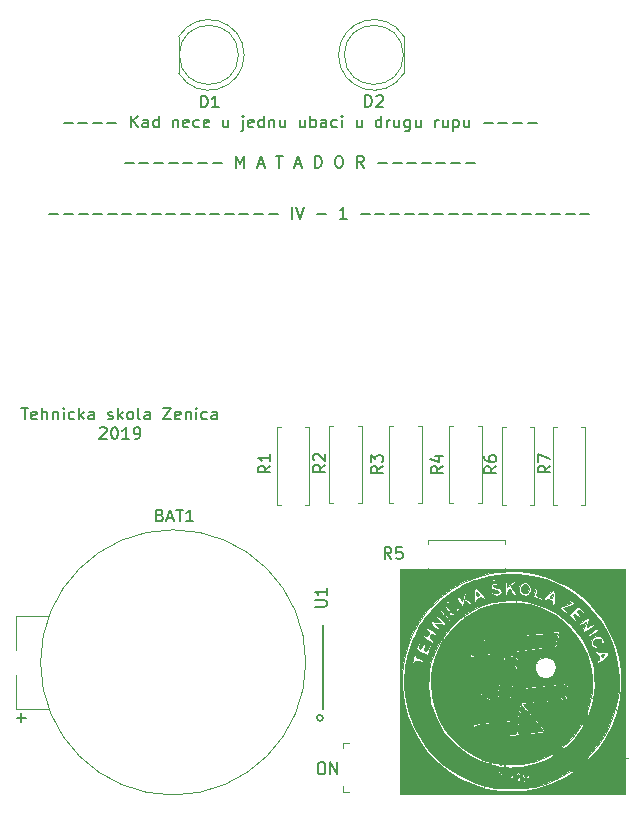
<source format=gto>
G04 #@! TF.GenerationSoftware,KiCad,Pcbnew,5.1.1-8be2ce7~80~ubuntu18.04.1*
G04 #@! TF.CreationDate,2019-04-17T04:14:47-07:00*
G04 #@! TF.ProjectId,555_timer,3535355f-7469-46d6-9572-2e6b69636164,v01*
G04 #@! TF.SameCoordinates,Original*
G04 #@! TF.FileFunction,Legend,Top*
G04 #@! TF.FilePolarity,Positive*
%FSLAX46Y46*%
G04 Gerber Fmt 4.6, Leading zero omitted, Abs format (unit mm)*
G04 Created by KiCad (PCBNEW 5.1.1-8be2ce7~80~ubuntu18.04.1) date 2019-04-17 04:14:47*
%MOMM*%
%LPD*%
G04 APERTURE LIST*
%ADD10C,0.150000*%
%ADD11C,0.010000*%
%ADD12C,0.120000*%
%ADD13C,0.100000*%
%ADD14C,0.203200*%
G04 APERTURE END LIST*
D10*
X131270057Y-76982628D02*
X132031961Y-76982628D01*
X132508152Y-76982628D02*
X133270057Y-76982628D01*
X133746247Y-76982628D02*
X134508152Y-76982628D01*
X134984342Y-76982628D02*
X135746247Y-76982628D01*
X136222438Y-76982628D02*
X136984342Y-76982628D01*
X137460533Y-76982628D02*
X138222438Y-76982628D01*
X138698628Y-76982628D02*
X139460533Y-76982628D01*
X139936723Y-76982628D02*
X140698628Y-76982628D01*
X141174819Y-76982628D02*
X141936723Y-76982628D01*
X142412914Y-76982628D02*
X143174819Y-76982628D01*
X143651009Y-76982628D02*
X144412914Y-76982628D01*
X144889104Y-76982628D02*
X145651009Y-76982628D01*
X146127200Y-76982628D02*
X146889104Y-76982628D01*
X147365295Y-76982628D02*
X148127200Y-76982628D01*
X148603390Y-76982628D02*
X149365295Y-76982628D01*
X149841485Y-76982628D02*
X150603390Y-76982628D01*
X151841485Y-77363580D02*
X151841485Y-76363580D01*
X152174819Y-76363580D02*
X152508152Y-77363580D01*
X152841485Y-76363580D01*
X153936723Y-76982628D02*
X154698628Y-76982628D01*
X156460533Y-77363580D02*
X155889104Y-77363580D01*
X156174819Y-77363580D02*
X156174819Y-76363580D01*
X156079580Y-76506438D01*
X155984342Y-76601676D01*
X155889104Y-76649295D01*
X157651009Y-76982628D02*
X158412914Y-76982628D01*
X158889104Y-76982628D02*
X159651009Y-76982628D01*
X160127200Y-76982628D02*
X160889104Y-76982628D01*
X161365295Y-76982628D02*
X162127200Y-76982628D01*
X162603390Y-76982628D02*
X163365295Y-76982628D01*
X163841485Y-76982628D02*
X164603390Y-76982628D01*
X165079580Y-76982628D02*
X165841485Y-76982628D01*
X166317676Y-76982628D02*
X167079580Y-76982628D01*
X167555771Y-76982628D02*
X168317676Y-76982628D01*
X168793866Y-76982628D02*
X169555771Y-76982628D01*
X170031961Y-76982628D02*
X170793866Y-76982628D01*
X171270057Y-76982628D02*
X172031961Y-76982628D01*
X172508152Y-76982628D02*
X173270057Y-76982628D01*
X173746247Y-76982628D02*
X174508152Y-76982628D01*
X174984342Y-76982628D02*
X175746247Y-76982628D01*
X176222438Y-76982628D02*
X176984342Y-76982628D01*
X137665771Y-72664628D02*
X138427676Y-72664628D01*
X138903866Y-72664628D02*
X139665771Y-72664628D01*
X140141961Y-72664628D02*
X140903866Y-72664628D01*
X141380057Y-72664628D02*
X142141961Y-72664628D01*
X142618152Y-72664628D02*
X143380057Y-72664628D01*
X143856247Y-72664628D02*
X144618152Y-72664628D01*
X145094342Y-72664628D02*
X145856247Y-72664628D01*
X147094342Y-73045580D02*
X147094342Y-72045580D01*
X147427676Y-72759866D01*
X147761009Y-72045580D01*
X147761009Y-73045580D01*
X148951485Y-72759866D02*
X149427676Y-72759866D01*
X148856247Y-73045580D02*
X149189580Y-72045580D01*
X149522914Y-73045580D01*
X150475295Y-72045580D02*
X151046723Y-72045580D01*
X150761009Y-73045580D02*
X150761009Y-72045580D01*
X152094342Y-72759866D02*
X152570533Y-72759866D01*
X151999104Y-73045580D02*
X152332438Y-72045580D01*
X152665771Y-73045580D01*
X153761009Y-73045580D02*
X153761009Y-72045580D01*
X153999104Y-72045580D01*
X154141961Y-72093200D01*
X154237199Y-72188438D01*
X154284819Y-72283676D01*
X154332438Y-72474152D01*
X154332438Y-72617009D01*
X154284819Y-72807485D01*
X154237199Y-72902723D01*
X154141961Y-72997961D01*
X153999104Y-73045580D01*
X153761009Y-73045580D01*
X155713390Y-72045580D02*
X155903866Y-72045580D01*
X155999104Y-72093200D01*
X156094342Y-72188438D01*
X156141961Y-72378914D01*
X156141961Y-72712247D01*
X156094342Y-72902723D01*
X155999104Y-72997961D01*
X155903866Y-73045580D01*
X155713390Y-73045580D01*
X155618152Y-72997961D01*
X155522914Y-72902723D01*
X155475295Y-72712247D01*
X155475295Y-72378914D01*
X155522914Y-72188438D01*
X155618152Y-72093200D01*
X155713390Y-72045580D01*
X157903866Y-73045580D02*
X157570533Y-72569390D01*
X157332438Y-73045580D02*
X157332438Y-72045580D01*
X157713390Y-72045580D01*
X157808628Y-72093200D01*
X157856247Y-72140819D01*
X157903866Y-72236057D01*
X157903866Y-72378914D01*
X157856247Y-72474152D01*
X157808628Y-72521771D01*
X157713390Y-72569390D01*
X157332438Y-72569390D01*
X159094342Y-72664628D02*
X159856247Y-72664628D01*
X160332438Y-72664628D02*
X161094342Y-72664628D01*
X161570533Y-72664628D02*
X162332438Y-72664628D01*
X162808628Y-72664628D02*
X163570533Y-72664628D01*
X164046723Y-72664628D02*
X164808628Y-72664628D01*
X165284819Y-72664628D02*
X166046723Y-72664628D01*
X166522914Y-72664628D02*
X167284819Y-72664628D01*
X132477790Y-69261028D02*
X133239695Y-69261028D01*
X133715885Y-69261028D02*
X134477790Y-69261028D01*
X134953980Y-69261028D02*
X135715885Y-69261028D01*
X136192076Y-69261028D02*
X136953980Y-69261028D01*
X138192076Y-69641980D02*
X138192076Y-68641980D01*
X138763504Y-69641980D02*
X138334933Y-69070552D01*
X138763504Y-68641980D02*
X138192076Y-69213409D01*
X139620647Y-69641980D02*
X139620647Y-69118171D01*
X139573028Y-69022933D01*
X139477790Y-68975314D01*
X139287314Y-68975314D01*
X139192076Y-69022933D01*
X139620647Y-69594361D02*
X139525409Y-69641980D01*
X139287314Y-69641980D01*
X139192076Y-69594361D01*
X139144457Y-69499123D01*
X139144457Y-69403885D01*
X139192076Y-69308647D01*
X139287314Y-69261028D01*
X139525409Y-69261028D01*
X139620647Y-69213409D01*
X140525409Y-69641980D02*
X140525409Y-68641980D01*
X140525409Y-69594361D02*
X140430171Y-69641980D01*
X140239695Y-69641980D01*
X140144457Y-69594361D01*
X140096838Y-69546742D01*
X140049219Y-69451504D01*
X140049219Y-69165790D01*
X140096838Y-69070552D01*
X140144457Y-69022933D01*
X140239695Y-68975314D01*
X140430171Y-68975314D01*
X140525409Y-69022933D01*
X141763504Y-68975314D02*
X141763504Y-69641980D01*
X141763504Y-69070552D02*
X141811123Y-69022933D01*
X141906361Y-68975314D01*
X142049219Y-68975314D01*
X142144457Y-69022933D01*
X142192076Y-69118171D01*
X142192076Y-69641980D01*
X143049219Y-69594361D02*
X142953980Y-69641980D01*
X142763504Y-69641980D01*
X142668266Y-69594361D01*
X142620647Y-69499123D01*
X142620647Y-69118171D01*
X142668266Y-69022933D01*
X142763504Y-68975314D01*
X142953980Y-68975314D01*
X143049219Y-69022933D01*
X143096838Y-69118171D01*
X143096838Y-69213409D01*
X142620647Y-69308647D01*
X143953980Y-69594361D02*
X143858742Y-69641980D01*
X143668266Y-69641980D01*
X143573028Y-69594361D01*
X143525409Y-69546742D01*
X143477790Y-69451504D01*
X143477790Y-69165790D01*
X143525409Y-69070552D01*
X143573028Y-69022933D01*
X143668266Y-68975314D01*
X143858742Y-68975314D01*
X143953980Y-69022933D01*
X144763504Y-69594361D02*
X144668266Y-69641980D01*
X144477790Y-69641980D01*
X144382552Y-69594361D01*
X144334933Y-69499123D01*
X144334933Y-69118171D01*
X144382552Y-69022933D01*
X144477790Y-68975314D01*
X144668266Y-68975314D01*
X144763504Y-69022933D01*
X144811123Y-69118171D01*
X144811123Y-69213409D01*
X144334933Y-69308647D01*
X146430171Y-68975314D02*
X146430171Y-69641980D01*
X146001599Y-68975314D02*
X146001599Y-69499123D01*
X146049219Y-69594361D01*
X146144457Y-69641980D01*
X146287314Y-69641980D01*
X146382552Y-69594361D01*
X146430171Y-69546742D01*
X147668266Y-68975314D02*
X147668266Y-69832457D01*
X147620647Y-69927695D01*
X147525409Y-69975314D01*
X147477790Y-69975314D01*
X147668266Y-68641980D02*
X147620647Y-68689600D01*
X147668266Y-68737219D01*
X147715885Y-68689600D01*
X147668266Y-68641980D01*
X147668266Y-68737219D01*
X148525409Y-69594361D02*
X148430171Y-69641980D01*
X148239695Y-69641980D01*
X148144457Y-69594361D01*
X148096838Y-69499123D01*
X148096838Y-69118171D01*
X148144457Y-69022933D01*
X148239695Y-68975314D01*
X148430171Y-68975314D01*
X148525409Y-69022933D01*
X148573028Y-69118171D01*
X148573028Y-69213409D01*
X148096838Y-69308647D01*
X149430171Y-69641980D02*
X149430171Y-68641980D01*
X149430171Y-69594361D02*
X149334933Y-69641980D01*
X149144457Y-69641980D01*
X149049219Y-69594361D01*
X149001599Y-69546742D01*
X148953980Y-69451504D01*
X148953980Y-69165790D01*
X149001599Y-69070552D01*
X149049219Y-69022933D01*
X149144457Y-68975314D01*
X149334933Y-68975314D01*
X149430171Y-69022933D01*
X149906361Y-68975314D02*
X149906361Y-69641980D01*
X149906361Y-69070552D02*
X149953980Y-69022933D01*
X150049219Y-68975314D01*
X150192076Y-68975314D01*
X150287314Y-69022933D01*
X150334933Y-69118171D01*
X150334933Y-69641980D01*
X151239695Y-68975314D02*
X151239695Y-69641980D01*
X150811123Y-68975314D02*
X150811123Y-69499123D01*
X150858742Y-69594361D01*
X150953980Y-69641980D01*
X151096838Y-69641980D01*
X151192076Y-69594361D01*
X151239695Y-69546742D01*
X152906361Y-68975314D02*
X152906361Y-69641980D01*
X152477790Y-68975314D02*
X152477790Y-69499123D01*
X152525409Y-69594361D01*
X152620647Y-69641980D01*
X152763504Y-69641980D01*
X152858742Y-69594361D01*
X152906361Y-69546742D01*
X153382552Y-69641980D02*
X153382552Y-68641980D01*
X153382552Y-69022933D02*
X153477790Y-68975314D01*
X153668266Y-68975314D01*
X153763504Y-69022933D01*
X153811123Y-69070552D01*
X153858742Y-69165790D01*
X153858742Y-69451504D01*
X153811123Y-69546742D01*
X153763504Y-69594361D01*
X153668266Y-69641980D01*
X153477790Y-69641980D01*
X153382552Y-69594361D01*
X154715885Y-69641980D02*
X154715885Y-69118171D01*
X154668266Y-69022933D01*
X154573028Y-68975314D01*
X154382552Y-68975314D01*
X154287314Y-69022933D01*
X154715885Y-69594361D02*
X154620647Y-69641980D01*
X154382552Y-69641980D01*
X154287314Y-69594361D01*
X154239695Y-69499123D01*
X154239695Y-69403885D01*
X154287314Y-69308647D01*
X154382552Y-69261028D01*
X154620647Y-69261028D01*
X154715885Y-69213409D01*
X155620647Y-69594361D02*
X155525409Y-69641980D01*
X155334933Y-69641980D01*
X155239695Y-69594361D01*
X155192076Y-69546742D01*
X155144457Y-69451504D01*
X155144457Y-69165790D01*
X155192076Y-69070552D01*
X155239695Y-69022933D01*
X155334933Y-68975314D01*
X155525409Y-68975314D01*
X155620647Y-69022933D01*
X156049219Y-69641980D02*
X156049219Y-68975314D01*
X156049219Y-68641980D02*
X156001599Y-68689600D01*
X156049219Y-68737219D01*
X156096838Y-68689600D01*
X156049219Y-68641980D01*
X156049219Y-68737219D01*
X157715885Y-68975314D02*
X157715885Y-69641980D01*
X157287314Y-68975314D02*
X157287314Y-69499123D01*
X157334933Y-69594361D01*
X157430171Y-69641980D01*
X157573028Y-69641980D01*
X157668266Y-69594361D01*
X157715885Y-69546742D01*
X159382552Y-69641980D02*
X159382552Y-68641980D01*
X159382552Y-69594361D02*
X159287314Y-69641980D01*
X159096838Y-69641980D01*
X159001599Y-69594361D01*
X158953980Y-69546742D01*
X158906361Y-69451504D01*
X158906361Y-69165790D01*
X158953980Y-69070552D01*
X159001599Y-69022933D01*
X159096838Y-68975314D01*
X159287314Y-68975314D01*
X159382552Y-69022933D01*
X159858742Y-69641980D02*
X159858742Y-68975314D01*
X159858742Y-69165790D02*
X159906361Y-69070552D01*
X159953980Y-69022933D01*
X160049219Y-68975314D01*
X160144457Y-68975314D01*
X160906361Y-68975314D02*
X160906361Y-69641980D01*
X160477790Y-68975314D02*
X160477790Y-69499123D01*
X160525409Y-69594361D01*
X160620647Y-69641980D01*
X160763504Y-69641980D01*
X160858742Y-69594361D01*
X160906361Y-69546742D01*
X161811123Y-68975314D02*
X161811123Y-69784838D01*
X161763504Y-69880076D01*
X161715885Y-69927695D01*
X161620647Y-69975314D01*
X161477790Y-69975314D01*
X161382552Y-69927695D01*
X161811123Y-69594361D02*
X161715885Y-69641980D01*
X161525409Y-69641980D01*
X161430171Y-69594361D01*
X161382552Y-69546742D01*
X161334933Y-69451504D01*
X161334933Y-69165790D01*
X161382552Y-69070552D01*
X161430171Y-69022933D01*
X161525409Y-68975314D01*
X161715885Y-68975314D01*
X161811123Y-69022933D01*
X162715885Y-68975314D02*
X162715885Y-69641980D01*
X162287314Y-68975314D02*
X162287314Y-69499123D01*
X162334933Y-69594361D01*
X162430171Y-69641980D01*
X162573028Y-69641980D01*
X162668266Y-69594361D01*
X162715885Y-69546742D01*
X163953980Y-69641980D02*
X163953980Y-68975314D01*
X163953980Y-69165790D02*
X164001599Y-69070552D01*
X164049219Y-69022933D01*
X164144457Y-68975314D01*
X164239695Y-68975314D01*
X165001599Y-68975314D02*
X165001599Y-69641980D01*
X164573028Y-68975314D02*
X164573028Y-69499123D01*
X164620647Y-69594361D01*
X164715885Y-69641980D01*
X164858742Y-69641980D01*
X164953980Y-69594361D01*
X165001599Y-69546742D01*
X165477790Y-68975314D02*
X165477790Y-69975314D01*
X165477790Y-69022933D02*
X165573028Y-68975314D01*
X165763504Y-68975314D01*
X165858742Y-69022933D01*
X165906361Y-69070552D01*
X165953980Y-69165790D01*
X165953980Y-69451504D01*
X165906361Y-69546742D01*
X165858742Y-69594361D01*
X165763504Y-69641980D01*
X165573028Y-69641980D01*
X165477790Y-69594361D01*
X166811123Y-68975314D02*
X166811123Y-69641980D01*
X166382552Y-68975314D02*
X166382552Y-69499123D01*
X166430171Y-69594361D01*
X166525409Y-69641980D01*
X166668266Y-69641980D01*
X166763504Y-69594361D01*
X166811123Y-69546742D01*
X168049219Y-69261028D02*
X168811123Y-69261028D01*
X169287314Y-69261028D02*
X170049219Y-69261028D01*
X170525409Y-69261028D02*
X171287314Y-69261028D01*
X171763504Y-69261028D02*
X172525409Y-69261028D01*
X128904457Y-93369380D02*
X129475885Y-93369380D01*
X129190171Y-94369380D02*
X129190171Y-93369380D01*
X130190171Y-94321761D02*
X130094933Y-94369380D01*
X129904457Y-94369380D01*
X129809219Y-94321761D01*
X129761600Y-94226523D01*
X129761600Y-93845571D01*
X129809219Y-93750333D01*
X129904457Y-93702714D01*
X130094933Y-93702714D01*
X130190171Y-93750333D01*
X130237790Y-93845571D01*
X130237790Y-93940809D01*
X129761600Y-94036047D01*
X130666361Y-94369380D02*
X130666361Y-93369380D01*
X131094933Y-94369380D02*
X131094933Y-93845571D01*
X131047314Y-93750333D01*
X130952076Y-93702714D01*
X130809219Y-93702714D01*
X130713980Y-93750333D01*
X130666361Y-93797952D01*
X131571123Y-93702714D02*
X131571123Y-94369380D01*
X131571123Y-93797952D02*
X131618742Y-93750333D01*
X131713980Y-93702714D01*
X131856838Y-93702714D01*
X131952076Y-93750333D01*
X131999695Y-93845571D01*
X131999695Y-94369380D01*
X132475885Y-94369380D02*
X132475885Y-93702714D01*
X132475885Y-93369380D02*
X132428266Y-93417000D01*
X132475885Y-93464619D01*
X132523504Y-93417000D01*
X132475885Y-93369380D01*
X132475885Y-93464619D01*
X133380647Y-94321761D02*
X133285409Y-94369380D01*
X133094933Y-94369380D01*
X132999695Y-94321761D01*
X132952076Y-94274142D01*
X132904457Y-94178904D01*
X132904457Y-93893190D01*
X132952076Y-93797952D01*
X132999695Y-93750333D01*
X133094933Y-93702714D01*
X133285409Y-93702714D01*
X133380647Y-93750333D01*
X133809219Y-94369380D02*
X133809219Y-93369380D01*
X133904457Y-93988428D02*
X134190171Y-94369380D01*
X134190171Y-93702714D02*
X133809219Y-94083666D01*
X135047314Y-94369380D02*
X135047314Y-93845571D01*
X134999695Y-93750333D01*
X134904457Y-93702714D01*
X134713980Y-93702714D01*
X134618742Y-93750333D01*
X135047314Y-94321761D02*
X134952076Y-94369380D01*
X134713980Y-94369380D01*
X134618742Y-94321761D01*
X134571123Y-94226523D01*
X134571123Y-94131285D01*
X134618742Y-94036047D01*
X134713980Y-93988428D01*
X134952076Y-93988428D01*
X135047314Y-93940809D01*
X136237790Y-94321761D02*
X136333028Y-94369380D01*
X136523504Y-94369380D01*
X136618742Y-94321761D01*
X136666361Y-94226523D01*
X136666361Y-94178904D01*
X136618742Y-94083666D01*
X136523504Y-94036047D01*
X136380647Y-94036047D01*
X136285409Y-93988428D01*
X136237790Y-93893190D01*
X136237790Y-93845571D01*
X136285409Y-93750333D01*
X136380647Y-93702714D01*
X136523504Y-93702714D01*
X136618742Y-93750333D01*
X137094933Y-94369380D02*
X137094933Y-93369380D01*
X137190171Y-93988428D02*
X137475885Y-94369380D01*
X137475885Y-93702714D02*
X137094933Y-94083666D01*
X138047314Y-94369380D02*
X137952076Y-94321761D01*
X137904457Y-94274142D01*
X137856838Y-94178904D01*
X137856838Y-93893190D01*
X137904457Y-93797952D01*
X137952076Y-93750333D01*
X138047314Y-93702714D01*
X138190171Y-93702714D01*
X138285409Y-93750333D01*
X138333028Y-93797952D01*
X138380647Y-93893190D01*
X138380647Y-94178904D01*
X138333028Y-94274142D01*
X138285409Y-94321761D01*
X138190171Y-94369380D01*
X138047314Y-94369380D01*
X138952076Y-94369380D02*
X138856838Y-94321761D01*
X138809219Y-94226523D01*
X138809219Y-93369380D01*
X139761600Y-94369380D02*
X139761600Y-93845571D01*
X139713980Y-93750333D01*
X139618742Y-93702714D01*
X139428266Y-93702714D01*
X139333028Y-93750333D01*
X139761600Y-94321761D02*
X139666361Y-94369380D01*
X139428266Y-94369380D01*
X139333028Y-94321761D01*
X139285409Y-94226523D01*
X139285409Y-94131285D01*
X139333028Y-94036047D01*
X139428266Y-93988428D01*
X139666361Y-93988428D01*
X139761600Y-93940809D01*
X140904457Y-93369380D02*
X141571123Y-93369380D01*
X140904457Y-94369380D01*
X141571123Y-94369380D01*
X142333028Y-94321761D02*
X142237790Y-94369380D01*
X142047314Y-94369380D01*
X141952076Y-94321761D01*
X141904457Y-94226523D01*
X141904457Y-93845571D01*
X141952076Y-93750333D01*
X142047314Y-93702714D01*
X142237790Y-93702714D01*
X142333028Y-93750333D01*
X142380647Y-93845571D01*
X142380647Y-93940809D01*
X141904457Y-94036047D01*
X142809219Y-93702714D02*
X142809219Y-94369380D01*
X142809219Y-93797952D02*
X142856838Y-93750333D01*
X142952076Y-93702714D01*
X143094933Y-93702714D01*
X143190171Y-93750333D01*
X143237790Y-93845571D01*
X143237790Y-94369380D01*
X143713980Y-94369380D02*
X143713980Y-93702714D01*
X143713980Y-93369380D02*
X143666361Y-93417000D01*
X143713980Y-93464619D01*
X143761600Y-93417000D01*
X143713980Y-93369380D01*
X143713980Y-93464619D01*
X144618742Y-94321761D02*
X144523504Y-94369380D01*
X144333028Y-94369380D01*
X144237790Y-94321761D01*
X144190171Y-94274142D01*
X144142552Y-94178904D01*
X144142552Y-93893190D01*
X144190171Y-93797952D01*
X144237790Y-93750333D01*
X144333028Y-93702714D01*
X144523504Y-93702714D01*
X144618742Y-93750333D01*
X145475885Y-94369380D02*
X145475885Y-93845571D01*
X145428266Y-93750333D01*
X145333028Y-93702714D01*
X145142552Y-93702714D01*
X145047314Y-93750333D01*
X145475885Y-94321761D02*
X145380647Y-94369380D01*
X145142552Y-94369380D01*
X145047314Y-94321761D01*
X144999695Y-94226523D01*
X144999695Y-94131285D01*
X145047314Y-94036047D01*
X145142552Y-93988428D01*
X145380647Y-93988428D01*
X145475885Y-93940809D01*
X135547314Y-95114619D02*
X135594933Y-95067000D01*
X135690171Y-95019380D01*
X135928266Y-95019380D01*
X136023504Y-95067000D01*
X136071123Y-95114619D01*
X136118742Y-95209857D01*
X136118742Y-95305095D01*
X136071123Y-95447952D01*
X135499695Y-96019380D01*
X136118742Y-96019380D01*
X136737790Y-95019380D02*
X136833028Y-95019380D01*
X136928266Y-95067000D01*
X136975885Y-95114619D01*
X137023504Y-95209857D01*
X137071123Y-95400333D01*
X137071123Y-95638428D01*
X137023504Y-95828904D01*
X136975885Y-95924142D01*
X136928266Y-95971761D01*
X136833028Y-96019380D01*
X136737790Y-96019380D01*
X136642552Y-95971761D01*
X136594933Y-95924142D01*
X136547314Y-95828904D01*
X136499695Y-95638428D01*
X136499695Y-95400333D01*
X136547314Y-95209857D01*
X136594933Y-95114619D01*
X136642552Y-95067000D01*
X136737790Y-95019380D01*
X138023504Y-96019380D02*
X137452076Y-96019380D01*
X137737790Y-96019380D02*
X137737790Y-95019380D01*
X137642552Y-95162238D01*
X137547314Y-95257476D01*
X137452076Y-95305095D01*
X138499695Y-96019380D02*
X138690171Y-96019380D01*
X138785409Y-95971761D01*
X138833028Y-95924142D01*
X138928266Y-95781285D01*
X138975885Y-95590809D01*
X138975885Y-95209857D01*
X138928266Y-95114619D01*
X138880647Y-95067000D01*
X138785409Y-95019380D01*
X138594933Y-95019380D01*
X138499695Y-95067000D01*
X138452076Y-95114619D01*
X138404457Y-95209857D01*
X138404457Y-95447952D01*
X138452076Y-95543190D01*
X138499695Y-95590809D01*
X138594933Y-95638428D01*
X138785409Y-95638428D01*
X138880647Y-95590809D01*
X138928266Y-95543190D01*
X138975885Y-95447952D01*
X154219352Y-123404380D02*
X154409828Y-123404380D01*
X154505066Y-123452000D01*
X154600304Y-123547238D01*
X154647923Y-123737714D01*
X154647923Y-124071047D01*
X154600304Y-124261523D01*
X154505066Y-124356761D01*
X154409828Y-124404380D01*
X154219352Y-124404380D01*
X154124114Y-124356761D01*
X154028876Y-124261523D01*
X153981257Y-124071047D01*
X153981257Y-123737714D01*
X154028876Y-123547238D01*
X154124114Y-123452000D01*
X154219352Y-123404380D01*
X155076495Y-124404380D02*
X155076495Y-123404380D01*
X155647923Y-124404380D01*
X155647923Y-123404380D01*
X128498647Y-119603828D02*
X129260552Y-119603828D01*
X128879600Y-119984780D02*
X128879600Y-119222876D01*
D11*
G36*
X174291707Y-112439885D02*
G01*
X174302220Y-112542272D01*
X174280585Y-112759583D01*
X174240000Y-112999063D01*
X174179557Y-113280569D01*
X174118215Y-113438036D01*
X174024831Y-113514036D01*
X173868260Y-113551140D01*
X173831954Y-113556821D01*
X173676973Y-113577387D01*
X173375431Y-113614478D01*
X172949022Y-113665532D01*
X172419439Y-113727987D01*
X171808377Y-113799282D01*
X171137527Y-113876857D01*
X170561000Y-113943018D01*
X169859191Y-114023705D01*
X169201007Y-114100188D01*
X168607847Y-114169918D01*
X168101109Y-114230348D01*
X167702194Y-114278929D01*
X167432499Y-114313112D01*
X167322500Y-114328661D01*
X167126040Y-114342243D01*
X167051401Y-114284438D01*
X167047334Y-114248737D01*
X167062192Y-114121881D01*
X167099417Y-113901422D01*
X167147982Y-113644307D01*
X167196859Y-113407483D01*
X167235022Y-113247896D01*
X167247844Y-113213224D01*
X167337013Y-113195904D01*
X167572804Y-113163509D01*
X167933821Y-113118389D01*
X168398665Y-113062894D01*
X168945941Y-112999373D01*
X169554250Y-112930175D01*
X170202196Y-112857648D01*
X170868380Y-112784143D01*
X171531407Y-112712009D01*
X172169878Y-112643594D01*
X172762397Y-112581247D01*
X173287566Y-112527319D01*
X173723988Y-112484158D01*
X174050266Y-112454113D01*
X174245003Y-112439534D01*
X174291707Y-112439885D01*
X174291707Y-112439885D01*
G37*
X174291707Y-112439885D02*
X174302220Y-112542272D01*
X174280585Y-112759583D01*
X174240000Y-112999063D01*
X174179557Y-113280569D01*
X174118215Y-113438036D01*
X174024831Y-113514036D01*
X173868260Y-113551140D01*
X173831954Y-113556821D01*
X173676973Y-113577387D01*
X173375431Y-113614478D01*
X172949022Y-113665532D01*
X172419439Y-113727987D01*
X171808377Y-113799282D01*
X171137527Y-113876857D01*
X170561000Y-113943018D01*
X169859191Y-114023705D01*
X169201007Y-114100188D01*
X168607847Y-114169918D01*
X168101109Y-114230348D01*
X167702194Y-114278929D01*
X167432499Y-114313112D01*
X167322500Y-114328661D01*
X167126040Y-114342243D01*
X167051401Y-114284438D01*
X167047334Y-114248737D01*
X167062192Y-114121881D01*
X167099417Y-113901422D01*
X167147982Y-113644307D01*
X167196859Y-113407483D01*
X167235022Y-113247896D01*
X167247844Y-113213224D01*
X167337013Y-113195904D01*
X167572804Y-113163509D01*
X167933821Y-113118389D01*
X168398665Y-113062894D01*
X168945941Y-112999373D01*
X169554250Y-112930175D01*
X170202196Y-112857648D01*
X170868380Y-112784143D01*
X171531407Y-112712009D01*
X172169878Y-112643594D01*
X172762397Y-112581247D01*
X173287566Y-112527319D01*
X173723988Y-112484158D01*
X174050266Y-112454113D01*
X174245003Y-112439534D01*
X174291707Y-112439885D01*
G36*
X170840290Y-114407134D02*
G01*
X170835684Y-114494620D01*
X170808284Y-114725013D01*
X170761418Y-115073911D01*
X170698413Y-115516914D01*
X170622594Y-116029623D01*
X170587237Y-116263110D01*
X170308208Y-118093109D01*
X170011271Y-118141127D01*
X169730687Y-118188233D01*
X169479348Y-118232973D01*
X169329274Y-118251455D01*
X169272875Y-118202074D01*
X169282945Y-118042843D01*
X169297348Y-117952100D01*
X169328428Y-117765231D01*
X169382333Y-117444863D01*
X169453414Y-117024418D01*
X169536021Y-116537319D01*
X169617000Y-116061067D01*
X169883667Y-114494734D01*
X170348990Y-114437945D01*
X170608641Y-114411071D01*
X170788718Y-114401506D01*
X170840290Y-114407134D01*
X170840290Y-114407134D01*
G37*
X170840290Y-114407134D02*
X170835684Y-114494620D01*
X170808284Y-114725013D01*
X170761418Y-115073911D01*
X170698413Y-115516914D01*
X170622594Y-116029623D01*
X170587237Y-116263110D01*
X170308208Y-118093109D01*
X170011271Y-118141127D01*
X169730687Y-118188233D01*
X169479348Y-118232973D01*
X169329274Y-118251455D01*
X169272875Y-118202074D01*
X169282945Y-118042843D01*
X169297348Y-117952100D01*
X169328428Y-117765231D01*
X169382333Y-117444863D01*
X169453414Y-117024418D01*
X169536021Y-116537319D01*
X169617000Y-116061067D01*
X169883667Y-114494734D01*
X170348990Y-114437945D01*
X170608641Y-114411071D01*
X170788718Y-114401506D01*
X170840290Y-114407134D01*
G36*
X175161111Y-116786368D02*
G01*
X175160125Y-116873976D01*
X175130966Y-117083185D01*
X175079861Y-117369795D01*
X175076445Y-117387400D01*
X174963667Y-117966067D01*
X173693667Y-118100717D01*
X172986259Y-118176071D01*
X172429786Y-118235175D01*
X172006676Y-118278465D01*
X171699353Y-118306376D01*
X171490244Y-118319346D01*
X171361776Y-118317810D01*
X171296375Y-118302204D01*
X171276468Y-118272964D01*
X171284479Y-118230528D01*
X171302836Y-118175330D01*
X171306896Y-118159952D01*
X171347201Y-117957940D01*
X171394041Y-117678244D01*
X171411204Y-117563900D01*
X171455130Y-117328931D01*
X171501861Y-117181860D01*
X171523114Y-117157389D01*
X171619729Y-117147279D01*
X171859155Y-117121492D01*
X172215875Y-117082795D01*
X172664375Y-117033960D01*
X173179139Y-116977756D01*
X173355000Y-116958524D01*
X173883621Y-116901840D01*
X174352365Y-116853770D01*
X174736209Y-116816701D01*
X175010131Y-116793016D01*
X175149110Y-116785100D01*
X175161111Y-116786368D01*
X175161111Y-116786368D01*
G37*
X175161111Y-116786368D02*
X175160125Y-116873976D01*
X175130966Y-117083185D01*
X175079861Y-117369795D01*
X175076445Y-117387400D01*
X174963667Y-117966067D01*
X173693667Y-118100717D01*
X172986259Y-118176071D01*
X172429786Y-118235175D01*
X172006676Y-118278465D01*
X171699353Y-118306376D01*
X171490244Y-118319346D01*
X171361776Y-118317810D01*
X171296375Y-118302204D01*
X171276468Y-118272964D01*
X171284479Y-118230528D01*
X171302836Y-118175330D01*
X171306896Y-118159952D01*
X171347201Y-117957940D01*
X171394041Y-117678244D01*
X171411204Y-117563900D01*
X171455130Y-117328931D01*
X171501861Y-117181860D01*
X171523114Y-117157389D01*
X171619729Y-117147279D01*
X171859155Y-117121492D01*
X172215875Y-117082795D01*
X172664375Y-117033960D01*
X173179139Y-116977756D01*
X173355000Y-116958524D01*
X173883621Y-116901840D01*
X174352365Y-116853770D01*
X174736209Y-116816701D01*
X175010131Y-116793016D01*
X175149110Y-116785100D01*
X175161111Y-116786368D01*
G36*
X171354475Y-118694513D02*
G01*
X171502332Y-118847266D01*
X171711890Y-119079397D01*
X171960885Y-119364662D01*
X172227054Y-119676813D01*
X172488136Y-119989606D01*
X172721866Y-120276794D01*
X172905984Y-120512130D01*
X173018225Y-120669371D01*
X173040326Y-120710197D01*
X172970167Y-120738990D01*
X172769471Y-120778669D01*
X172476297Y-120824314D01*
X172128702Y-120871006D01*
X171764743Y-120913825D01*
X171422479Y-120947853D01*
X171139967Y-120968170D01*
X171016936Y-120971734D01*
X170968477Y-120952862D01*
X170944188Y-120879573D01*
X170945111Y-120726861D01*
X170972287Y-120469714D01*
X171026757Y-120083126D01*
X171064230Y-119835577D01*
X171131703Y-119415482D01*
X171195033Y-119057614D01*
X171248055Y-118794328D01*
X171284607Y-118657981D01*
X171290580Y-118647386D01*
X171354475Y-118694513D01*
X171354475Y-118694513D01*
G37*
X171354475Y-118694513D02*
X171502332Y-118847266D01*
X171711890Y-119079397D01*
X171960885Y-119364662D01*
X172227054Y-119676813D01*
X172488136Y-119989606D01*
X172721866Y-120276794D01*
X172905984Y-120512130D01*
X173018225Y-120669371D01*
X173040326Y-120710197D01*
X172970167Y-120738990D01*
X172769471Y-120778669D01*
X172476297Y-120824314D01*
X172128702Y-120871006D01*
X171764743Y-120913825D01*
X171422479Y-120947853D01*
X171139967Y-120968170D01*
X171016936Y-120971734D01*
X170968477Y-120952862D01*
X170944188Y-120879573D01*
X170945111Y-120726861D01*
X170972287Y-120469714D01*
X171026757Y-120083126D01*
X171064230Y-119835577D01*
X171131703Y-119415482D01*
X171195033Y-119057614D01*
X171248055Y-118794328D01*
X171284607Y-118657981D01*
X171290580Y-118647386D01*
X171354475Y-118694513D01*
G36*
X170904160Y-120345493D02*
G01*
X170855635Y-120630532D01*
X170792732Y-120850783D01*
X170744687Y-120938952D01*
X170631001Y-120977990D01*
X170378497Y-121026767D01*
X170017084Y-121080706D01*
X169576671Y-121135231D01*
X169206334Y-121174361D01*
X168700430Y-121224833D01*
X168226109Y-121273699D01*
X167820761Y-121316993D01*
X167521772Y-121350748D01*
X167400385Y-121365940D01*
X167033770Y-121416328D01*
X167094425Y-121003531D01*
X167133174Y-120734442D01*
X167174747Y-120536616D01*
X167243467Y-120396370D01*
X167363655Y-120300025D01*
X167559632Y-120233901D01*
X167855722Y-120184317D01*
X168276245Y-120137593D01*
X168711874Y-120093765D01*
X169220304Y-120041491D01*
X169701855Y-119990989D01*
X170117447Y-119946431D01*
X170427995Y-119911987D01*
X170551139Y-119897478D01*
X170964612Y-119846252D01*
X170904160Y-120345493D01*
X170904160Y-120345493D01*
G37*
X170904160Y-120345493D02*
X170855635Y-120630532D01*
X170792732Y-120850783D01*
X170744687Y-120938952D01*
X170631001Y-120977990D01*
X170378497Y-121026767D01*
X170017084Y-121080706D01*
X169576671Y-121135231D01*
X169206334Y-121174361D01*
X168700430Y-121224833D01*
X168226109Y-121273699D01*
X167820761Y-121316993D01*
X167521772Y-121350748D01*
X167400385Y-121365940D01*
X167033770Y-121416328D01*
X167094425Y-121003531D01*
X167133174Y-120734442D01*
X167174747Y-120536616D01*
X167243467Y-120396370D01*
X167363655Y-120300025D01*
X167559632Y-120233901D01*
X167855722Y-120184317D01*
X168276245Y-120137593D01*
X168711874Y-120093765D01*
X169220304Y-120041491D01*
X169701855Y-119990989D01*
X170117447Y-119946431D01*
X170427995Y-119911987D01*
X170551139Y-119897478D01*
X170964612Y-119846252D01*
X170904160Y-120345493D01*
G36*
X171714471Y-108344767D02*
G01*
X171826980Y-108485581D01*
X171861332Y-108696110D01*
X171791703Y-108943148D01*
X171785688Y-108954633D01*
X171631054Y-109094489D01*
X171430664Y-109099532D01*
X171297600Y-109016800D01*
X171203496Y-108816569D01*
X171235729Y-108581402D01*
X171358290Y-108405107D01*
X171549633Y-108306874D01*
X171714471Y-108344767D01*
X171714471Y-108344767D01*
G37*
X171714471Y-108344767D02*
X171826980Y-108485581D01*
X171861332Y-108696110D01*
X171791703Y-108943148D01*
X171785688Y-108954633D01*
X171631054Y-109094489D01*
X171430664Y-109099532D01*
X171297600Y-109016800D01*
X171203496Y-108816569D01*
X171235729Y-108581402D01*
X171358290Y-108405107D01*
X171549633Y-108306874D01*
X171714471Y-108344767D01*
G36*
X167483562Y-109010287D02*
G01*
X167513000Y-109033734D01*
X167619434Y-109155955D01*
X167640000Y-109213434D01*
X167571273Y-109279397D01*
X167513000Y-109287734D01*
X167409828Y-109216197D01*
X167386000Y-109108033D01*
X167404537Y-108985722D01*
X167483562Y-109010287D01*
X167483562Y-109010287D01*
G37*
X167483562Y-109010287D02*
X167513000Y-109033734D01*
X167619434Y-109155955D01*
X167640000Y-109213434D01*
X167571273Y-109279397D01*
X167513000Y-109287734D01*
X167409828Y-109216197D01*
X167386000Y-109108033D01*
X167404537Y-108985722D01*
X167483562Y-109010287D01*
G36*
X173900487Y-109162904D02*
G01*
X173905334Y-109269614D01*
X173862577Y-109455588D01*
X173745450Y-109500109D01*
X173666457Y-109466413D01*
X173623219Y-109385779D01*
X173720195Y-109259884D01*
X173733999Y-109247211D01*
X173857678Y-109144469D01*
X173900487Y-109162904D01*
X173900487Y-109162904D01*
G37*
X173900487Y-109162904D02*
X173905334Y-109269614D01*
X173862577Y-109455588D01*
X173745450Y-109500109D01*
X173666457Y-109466413D01*
X173623219Y-109385779D01*
X173720195Y-109259884D01*
X173733999Y-109247211D01*
X173857678Y-109144469D01*
X173900487Y-109162904D01*
G36*
X178269854Y-114243008D02*
G01*
X178273049Y-114337420D01*
X178164020Y-114422518D01*
X178110484Y-114437442D01*
X177989647Y-114400970D01*
X177969334Y-114331608D01*
X178040554Y-114221691D01*
X178145722Y-114198400D01*
X178269854Y-114243008D01*
X178269854Y-114243008D01*
G37*
X178269854Y-114243008D02*
X178273049Y-114337420D01*
X178164020Y-114422518D01*
X178110484Y-114437442D01*
X177989647Y-114400970D01*
X177969334Y-114331608D01*
X178040554Y-114221691D01*
X178145722Y-114198400D01*
X178269854Y-114243008D01*
G36*
X171071471Y-109910483D02*
G01*
X171939130Y-110026337D01*
X172750143Y-110261353D01*
X173545768Y-110626870D01*
X174216237Y-111032328D01*
X175033155Y-111671746D01*
X175736901Y-112422967D01*
X176318577Y-113266869D01*
X176769285Y-114184329D01*
X177080128Y-115156226D01*
X177242208Y-116163438D01*
X177246627Y-117186841D01*
X177217377Y-117482056D01*
X177003957Y-118569844D01*
X176642470Y-119581779D01*
X176137125Y-120510022D01*
X175492132Y-121346732D01*
X174773801Y-122033248D01*
X174285664Y-122388187D01*
X173699408Y-122738518D01*
X173076262Y-123052240D01*
X172477452Y-123297350D01*
X172169667Y-123394319D01*
X171751575Y-123475406D01*
X171220731Y-123531643D01*
X170631234Y-123561735D01*
X170037183Y-123564387D01*
X169492675Y-123538301D01*
X169051810Y-123482183D01*
X168994667Y-123470366D01*
X167968393Y-123160415D01*
X167023609Y-122711160D01*
X166170848Y-122135618D01*
X165420642Y-121446804D01*
X165338839Y-121345490D01*
X166940350Y-121345490D01*
X166949386Y-121442901D01*
X166997493Y-121476321D01*
X167052353Y-121479734D01*
X167178365Y-121471092D01*
X167446632Y-121446872D01*
X167831053Y-121409631D01*
X168305521Y-121361927D01*
X168843936Y-121306316D01*
X169137863Y-121275404D01*
X169774635Y-121208390D01*
X170431389Y-121139908D01*
X171063361Y-121074581D01*
X171625785Y-121017031D01*
X172073896Y-120971883D01*
X172148500Y-120964488D01*
X172553016Y-120920232D01*
X172888475Y-120875315D01*
X173123310Y-120834575D01*
X173225953Y-120802850D01*
X173228000Y-120799015D01*
X173176719Y-120717507D01*
X173034559Y-120528303D01*
X172819048Y-120253791D01*
X172547711Y-119916362D01*
X172298807Y-119612014D01*
X171997294Y-119243075D01*
X171739379Y-118921965D01*
X171541976Y-118670201D01*
X171422001Y-118509299D01*
X171393312Y-118460200D01*
X171480735Y-118444919D01*
X171711629Y-118415677D01*
X172060970Y-118375334D01*
X172503733Y-118326753D01*
X173014894Y-118272796D01*
X173190338Y-118254706D01*
X173721056Y-118198142D01*
X174194006Y-118143631D01*
X174583485Y-118094470D01*
X174863789Y-118053960D01*
X175009215Y-118025400D01*
X175022891Y-118019489D01*
X175064798Y-117915643D01*
X175116876Y-117699257D01*
X175170508Y-117421183D01*
X175217075Y-117132276D01*
X175247960Y-116883391D01*
X175254545Y-116725383D01*
X175246974Y-116697152D01*
X175157216Y-116695777D01*
X174928449Y-116710680D01*
X174589897Y-116738861D01*
X174170784Y-116777322D01*
X173700333Y-116823066D01*
X173207769Y-116873094D01*
X172722315Y-116924407D01*
X172273194Y-116974008D01*
X171889632Y-117018899D01*
X171600851Y-117056080D01*
X171436075Y-117082554D01*
X171409284Y-117090879D01*
X171387944Y-117180034D01*
X171346771Y-117407548D01*
X171290685Y-117744266D01*
X171224603Y-118161031D01*
X171183059Y-118431734D01*
X170984039Y-119744067D01*
X170433853Y-119810067D01*
X170153036Y-119842671D01*
X169749370Y-119888113D01*
X169268392Y-119941334D01*
X168755640Y-119997273D01*
X168529000Y-120021734D01*
X167174334Y-120167400D01*
X167036156Y-120823567D01*
X166969551Y-121150306D01*
X166940350Y-121345490D01*
X165338839Y-121345490D01*
X164783524Y-120657735D01*
X164270028Y-119781426D01*
X163890687Y-118830894D01*
X163656033Y-117819154D01*
X163641964Y-117634243D01*
X167689554Y-117634243D01*
X167691742Y-117646506D01*
X167796333Y-117698918D01*
X168006852Y-117814009D01*
X168282749Y-117969501D01*
X168359667Y-118013498D01*
X168664206Y-118182969D01*
X168883696Y-118280346D01*
X169078145Y-118320892D01*
X169307562Y-118319875D01*
X169502667Y-118304263D01*
X169816029Y-118274680D01*
X170079919Y-118247088D01*
X170219185Y-118229915D01*
X170277054Y-118206785D01*
X170327814Y-118142519D01*
X170376600Y-118016241D01*
X170428548Y-117807072D01*
X170488793Y-117494133D01*
X170562469Y-117056545D01*
X170654712Y-116473432D01*
X170660779Y-116434458D01*
X170764533Y-115772834D01*
X170828885Y-115355942D01*
X172357710Y-115355942D01*
X172392665Y-115585900D01*
X172563117Y-115936358D01*
X172824772Y-116171799D01*
X173141954Y-116283104D01*
X173478992Y-116261154D01*
X173800210Y-116096827D01*
X173926500Y-115978005D01*
X174119906Y-115658367D01*
X174174039Y-115317548D01*
X174103579Y-114991045D01*
X173923205Y-114714355D01*
X173647597Y-114522977D01*
X173295616Y-114452400D01*
X172914559Y-114524040D01*
X172615110Y-114718736D01*
X172421438Y-115006149D01*
X172357710Y-115355942D01*
X170828885Y-115355942D01*
X170843602Y-115260601D01*
X170896195Y-114879371D01*
X170920516Y-114610757D01*
X170914773Y-114436369D01*
X170877173Y-114337821D01*
X170805922Y-114296724D01*
X170699226Y-114294690D01*
X170555293Y-114313331D01*
X170455167Y-114326243D01*
X170074389Y-114375442D01*
X169837548Y-114423847D01*
X169719507Y-114479988D01*
X169695127Y-114552393D01*
X169703351Y-114581310D01*
X169700438Y-114687136D01*
X169673438Y-114928707D01*
X169627090Y-115275899D01*
X169566135Y-115698590D01*
X169495312Y-116166655D01*
X169419361Y-116649971D01*
X169343023Y-117118414D01*
X169271037Y-117541861D01*
X169208142Y-117890189D01*
X169159080Y-118133273D01*
X169128590Y-118240990D01*
X169127229Y-118242727D01*
X169040608Y-118224477D01*
X168849484Y-118143782D01*
X168596237Y-118022448D01*
X168323250Y-117882282D01*
X168072906Y-117745089D01*
X167887585Y-117632675D01*
X167809671Y-117566848D01*
X167809334Y-117564649D01*
X167854358Y-117476531D01*
X167979920Y-117270487D01*
X168171751Y-116968899D01*
X168415580Y-116594147D01*
X168697141Y-116168612D01*
X168747062Y-116093833D01*
X169031042Y-115664818D01*
X169276957Y-115285283D01*
X169471196Y-114976905D01*
X169600152Y-114761362D01*
X169650215Y-114660330D01*
X169649756Y-114655934D01*
X169594796Y-114712570D01*
X169460859Y-114890743D01*
X169262021Y-115170522D01*
X169012362Y-115531971D01*
X168725959Y-115955158D01*
X168615603Y-116120231D01*
X168324433Y-116563417D01*
X168073689Y-116957151D01*
X167875925Y-117280693D01*
X167743696Y-117513304D01*
X167689554Y-117634243D01*
X163641964Y-117634243D01*
X163576593Y-116775117D01*
X163598947Y-116052099D01*
X163674622Y-115427993D01*
X163814880Y-114837682D01*
X163998246Y-114304234D01*
X166909802Y-114304234D01*
X166920870Y-114428740D01*
X166978128Y-114451440D01*
X167083666Y-114441570D01*
X167339285Y-114413765D01*
X167726918Y-114370101D01*
X168228499Y-114312653D01*
X168825961Y-114243498D01*
X169501239Y-114164710D01*
X170236265Y-114078366D01*
X170635475Y-114031243D01*
X171390332Y-113941493D01*
X172091299Y-113857187D01*
X172720898Y-113780498D01*
X173261651Y-113713600D01*
X173696080Y-113658665D01*
X174006708Y-113617867D01*
X174176057Y-113593378D01*
X174202607Y-113587703D01*
X174227806Y-113500700D01*
X174273588Y-113298855D01*
X174330017Y-113031258D01*
X174387157Y-112747004D01*
X174435074Y-112495185D01*
X174463831Y-112324894D01*
X174467177Y-112280407D01*
X174383485Y-112287200D01*
X174149130Y-112311962D01*
X173781597Y-112352705D01*
X173298376Y-112407440D01*
X172716955Y-112474180D01*
X172054821Y-112550934D01*
X171329464Y-112635715D01*
X170942000Y-112681264D01*
X170185371Y-112770036D01*
X169478144Y-112852347D01*
X168838649Y-112926113D01*
X168285217Y-112989250D01*
X167836176Y-113039672D01*
X167509855Y-113075296D01*
X167324586Y-113094037D01*
X167291182Y-113096424D01*
X167200285Y-113149160D01*
X167123963Y-113322041D01*
X167053523Y-113626900D01*
X166993752Y-113929488D01*
X166940203Y-114179993D01*
X166909802Y-114304234D01*
X163998246Y-114304234D01*
X164009726Y-114270838D01*
X164471638Y-113301380D01*
X165071899Y-112425123D01*
X165800937Y-111652844D01*
X166649182Y-110995322D01*
X167219864Y-110655828D01*
X167837676Y-110354816D01*
X168417555Y-110142811D01*
X169017079Y-110004782D01*
X169693823Y-109925701D01*
X170105909Y-109902449D01*
X171071471Y-109910483D01*
X171071471Y-109910483D01*
G37*
X171071471Y-109910483D02*
X171939130Y-110026337D01*
X172750143Y-110261353D01*
X173545768Y-110626870D01*
X174216237Y-111032328D01*
X175033155Y-111671746D01*
X175736901Y-112422967D01*
X176318577Y-113266869D01*
X176769285Y-114184329D01*
X177080128Y-115156226D01*
X177242208Y-116163438D01*
X177246627Y-117186841D01*
X177217377Y-117482056D01*
X177003957Y-118569844D01*
X176642470Y-119581779D01*
X176137125Y-120510022D01*
X175492132Y-121346732D01*
X174773801Y-122033248D01*
X174285664Y-122388187D01*
X173699408Y-122738518D01*
X173076262Y-123052240D01*
X172477452Y-123297350D01*
X172169667Y-123394319D01*
X171751575Y-123475406D01*
X171220731Y-123531643D01*
X170631234Y-123561735D01*
X170037183Y-123564387D01*
X169492675Y-123538301D01*
X169051810Y-123482183D01*
X168994667Y-123470366D01*
X167968393Y-123160415D01*
X167023609Y-122711160D01*
X166170848Y-122135618D01*
X165420642Y-121446804D01*
X165338839Y-121345490D01*
X166940350Y-121345490D01*
X166949386Y-121442901D01*
X166997493Y-121476321D01*
X167052353Y-121479734D01*
X167178365Y-121471092D01*
X167446632Y-121446872D01*
X167831053Y-121409631D01*
X168305521Y-121361927D01*
X168843936Y-121306316D01*
X169137863Y-121275404D01*
X169774635Y-121208390D01*
X170431389Y-121139908D01*
X171063361Y-121074581D01*
X171625785Y-121017031D01*
X172073896Y-120971883D01*
X172148500Y-120964488D01*
X172553016Y-120920232D01*
X172888475Y-120875315D01*
X173123310Y-120834575D01*
X173225953Y-120802850D01*
X173228000Y-120799015D01*
X173176719Y-120717507D01*
X173034559Y-120528303D01*
X172819048Y-120253791D01*
X172547711Y-119916362D01*
X172298807Y-119612014D01*
X171997294Y-119243075D01*
X171739379Y-118921965D01*
X171541976Y-118670201D01*
X171422001Y-118509299D01*
X171393312Y-118460200D01*
X171480735Y-118444919D01*
X171711629Y-118415677D01*
X172060970Y-118375334D01*
X172503733Y-118326753D01*
X173014894Y-118272796D01*
X173190338Y-118254706D01*
X173721056Y-118198142D01*
X174194006Y-118143631D01*
X174583485Y-118094470D01*
X174863789Y-118053960D01*
X175009215Y-118025400D01*
X175022891Y-118019489D01*
X175064798Y-117915643D01*
X175116876Y-117699257D01*
X175170508Y-117421183D01*
X175217075Y-117132276D01*
X175247960Y-116883391D01*
X175254545Y-116725383D01*
X175246974Y-116697152D01*
X175157216Y-116695777D01*
X174928449Y-116710680D01*
X174589897Y-116738861D01*
X174170784Y-116777322D01*
X173700333Y-116823066D01*
X173207769Y-116873094D01*
X172722315Y-116924407D01*
X172273194Y-116974008D01*
X171889632Y-117018899D01*
X171600851Y-117056080D01*
X171436075Y-117082554D01*
X171409284Y-117090879D01*
X171387944Y-117180034D01*
X171346771Y-117407548D01*
X171290685Y-117744266D01*
X171224603Y-118161031D01*
X171183059Y-118431734D01*
X170984039Y-119744067D01*
X170433853Y-119810067D01*
X170153036Y-119842671D01*
X169749370Y-119888113D01*
X169268392Y-119941334D01*
X168755640Y-119997273D01*
X168529000Y-120021734D01*
X167174334Y-120167400D01*
X167036156Y-120823567D01*
X166969551Y-121150306D01*
X166940350Y-121345490D01*
X165338839Y-121345490D01*
X164783524Y-120657735D01*
X164270028Y-119781426D01*
X163890687Y-118830894D01*
X163656033Y-117819154D01*
X163641964Y-117634243D01*
X167689554Y-117634243D01*
X167691742Y-117646506D01*
X167796333Y-117698918D01*
X168006852Y-117814009D01*
X168282749Y-117969501D01*
X168359667Y-118013498D01*
X168664206Y-118182969D01*
X168883696Y-118280346D01*
X169078145Y-118320892D01*
X169307562Y-118319875D01*
X169502667Y-118304263D01*
X169816029Y-118274680D01*
X170079919Y-118247088D01*
X170219185Y-118229915D01*
X170277054Y-118206785D01*
X170327814Y-118142519D01*
X170376600Y-118016241D01*
X170428548Y-117807072D01*
X170488793Y-117494133D01*
X170562469Y-117056545D01*
X170654712Y-116473432D01*
X170660779Y-116434458D01*
X170764533Y-115772834D01*
X170828885Y-115355942D01*
X172357710Y-115355942D01*
X172392665Y-115585900D01*
X172563117Y-115936358D01*
X172824772Y-116171799D01*
X173141954Y-116283104D01*
X173478992Y-116261154D01*
X173800210Y-116096827D01*
X173926500Y-115978005D01*
X174119906Y-115658367D01*
X174174039Y-115317548D01*
X174103579Y-114991045D01*
X173923205Y-114714355D01*
X173647597Y-114522977D01*
X173295616Y-114452400D01*
X172914559Y-114524040D01*
X172615110Y-114718736D01*
X172421438Y-115006149D01*
X172357710Y-115355942D01*
X170828885Y-115355942D01*
X170843602Y-115260601D01*
X170896195Y-114879371D01*
X170920516Y-114610757D01*
X170914773Y-114436369D01*
X170877173Y-114337821D01*
X170805922Y-114296724D01*
X170699226Y-114294690D01*
X170555293Y-114313331D01*
X170455167Y-114326243D01*
X170074389Y-114375442D01*
X169837548Y-114423847D01*
X169719507Y-114479988D01*
X169695127Y-114552393D01*
X169703351Y-114581310D01*
X169700438Y-114687136D01*
X169673438Y-114928707D01*
X169627090Y-115275899D01*
X169566135Y-115698590D01*
X169495312Y-116166655D01*
X169419361Y-116649971D01*
X169343023Y-117118414D01*
X169271037Y-117541861D01*
X169208142Y-117890189D01*
X169159080Y-118133273D01*
X169128590Y-118240990D01*
X169127229Y-118242727D01*
X169040608Y-118224477D01*
X168849484Y-118143782D01*
X168596237Y-118022448D01*
X168323250Y-117882282D01*
X168072906Y-117745089D01*
X167887585Y-117632675D01*
X167809671Y-117566848D01*
X167809334Y-117564649D01*
X167854358Y-117476531D01*
X167979920Y-117270487D01*
X168171751Y-116968899D01*
X168415580Y-116594147D01*
X168697141Y-116168612D01*
X168747062Y-116093833D01*
X169031042Y-115664818D01*
X169276957Y-115285283D01*
X169471196Y-114976905D01*
X169600152Y-114761362D01*
X169650215Y-114660330D01*
X169649756Y-114655934D01*
X169594796Y-114712570D01*
X169460859Y-114890743D01*
X169262021Y-115170522D01*
X169012362Y-115531971D01*
X168725959Y-115955158D01*
X168615603Y-116120231D01*
X168324433Y-116563417D01*
X168073689Y-116957151D01*
X167875925Y-117280693D01*
X167743696Y-117513304D01*
X167689554Y-117634243D01*
X163641964Y-117634243D01*
X163576593Y-116775117D01*
X163598947Y-116052099D01*
X163674622Y-115427993D01*
X163814880Y-114837682D01*
X163998246Y-114304234D01*
X166909802Y-114304234D01*
X166920870Y-114428740D01*
X166978128Y-114451440D01*
X167083666Y-114441570D01*
X167339285Y-114413765D01*
X167726918Y-114370101D01*
X168228499Y-114312653D01*
X168825961Y-114243498D01*
X169501239Y-114164710D01*
X170236265Y-114078366D01*
X170635475Y-114031243D01*
X171390332Y-113941493D01*
X172091299Y-113857187D01*
X172720898Y-113780498D01*
X173261651Y-113713600D01*
X173696080Y-113658665D01*
X174006708Y-113617867D01*
X174176057Y-113593378D01*
X174202607Y-113587703D01*
X174227806Y-113500700D01*
X174273588Y-113298855D01*
X174330017Y-113031258D01*
X174387157Y-112747004D01*
X174435074Y-112495185D01*
X174463831Y-112324894D01*
X174467177Y-112280407D01*
X174383485Y-112287200D01*
X174149130Y-112311962D01*
X173781597Y-112352705D01*
X173298376Y-112407440D01*
X172716955Y-112474180D01*
X172054821Y-112550934D01*
X171329464Y-112635715D01*
X170942000Y-112681264D01*
X170185371Y-112770036D01*
X169478144Y-112852347D01*
X168838649Y-112926113D01*
X168285217Y-112989250D01*
X167836176Y-113039672D01*
X167509855Y-113075296D01*
X167324586Y-113094037D01*
X167291182Y-113096424D01*
X167200285Y-113149160D01*
X167123963Y-113322041D01*
X167053523Y-113626900D01*
X166993752Y-113929488D01*
X166940203Y-114179993D01*
X166909802Y-114304234D01*
X163998246Y-114304234D01*
X164009726Y-114270838D01*
X164471638Y-113301380D01*
X165071899Y-112425123D01*
X165800937Y-111652844D01*
X166649182Y-110995322D01*
X167219864Y-110655828D01*
X167837676Y-110354816D01*
X168417555Y-110142811D01*
X169017079Y-110004782D01*
X169693823Y-109925701D01*
X170105909Y-109902449D01*
X171071471Y-109910483D01*
G36*
X171017427Y-124470905D02*
G01*
X171012620Y-124538638D01*
X170931369Y-124706903D01*
X170829141Y-124767263D01*
X170724177Y-124767629D01*
X170738485Y-124678960D01*
X170766097Y-124624677D01*
X170886917Y-124446603D01*
X170978978Y-124392455D01*
X171017427Y-124470905D01*
X171017427Y-124470905D01*
G37*
X171017427Y-124470905D02*
X171012620Y-124538638D01*
X170931369Y-124706903D01*
X170829141Y-124767263D01*
X170724177Y-124767629D01*
X170738485Y-124678960D01*
X170766097Y-124624677D01*
X170886917Y-124446603D01*
X170978978Y-124392455D01*
X171017427Y-124470905D01*
G36*
X170294793Y-124269366D02*
G01*
X170339037Y-124311818D01*
X170426339Y-124428465D01*
X170380499Y-124531016D01*
X170339037Y-124574316D01*
X170225276Y-124661525D01*
X170135884Y-124616768D01*
X170098860Y-124574316D01*
X170032328Y-124439512D01*
X170098860Y-124311818D01*
X170197789Y-124224609D01*
X170294793Y-124269366D01*
X170294793Y-124269366D01*
G37*
X170294793Y-124269366D02*
X170339037Y-124311818D01*
X170426339Y-124428465D01*
X170380499Y-124531016D01*
X170339037Y-124574316D01*
X170225276Y-124661525D01*
X170135884Y-124616768D01*
X170098860Y-124574316D01*
X170032328Y-124439512D01*
X170098860Y-124311818D01*
X170197789Y-124224609D01*
X170294793Y-124269366D01*
G36*
X172153394Y-107590495D02*
G01*
X173336427Y-107911648D01*
X174493421Y-108396386D01*
X174540334Y-108419871D01*
X175576195Y-109034939D01*
X176515067Y-109781019D01*
X177345967Y-110643257D01*
X178057912Y-111606797D01*
X178639917Y-112656785D01*
X179080999Y-113778368D01*
X179369062Y-114950324D01*
X179499899Y-116166758D01*
X179469381Y-117362862D01*
X179285285Y-118526515D01*
X178955391Y-119645595D01*
X178487477Y-120707979D01*
X177889322Y-121701544D01*
X177168704Y-122614168D01*
X176333401Y-123433730D01*
X175391193Y-124148105D01*
X174349859Y-124745173D01*
X173217176Y-125212811D01*
X172677667Y-125378362D01*
X172354449Y-125457202D01*
X172022492Y-125513504D01*
X171640357Y-125551556D01*
X171166605Y-125575645D01*
X170645667Y-125588618D01*
X170163504Y-125594437D01*
X169723327Y-125594807D01*
X169360990Y-125590067D01*
X169112344Y-125580557D01*
X169037000Y-125573408D01*
X168244270Y-125399555D01*
X167391152Y-125121450D01*
X166530809Y-124760455D01*
X165849928Y-124407207D01*
X169271210Y-124407207D01*
X169280315Y-124439725D01*
X169354500Y-124417747D01*
X169449385Y-124409002D01*
X169496918Y-124497703D01*
X169516167Y-124719593D01*
X169516217Y-124720891D01*
X169526244Y-124924700D01*
X169538003Y-124967930D01*
X169546487Y-124918566D01*
X169954770Y-124918566D01*
X169968334Y-124951067D01*
X170080493Y-125032573D01*
X170105327Y-125035734D01*
X170151230Y-124983568D01*
X170137667Y-124951067D01*
X170025508Y-124869561D01*
X170000673Y-124866400D01*
X169954770Y-124918566D01*
X169546487Y-124918566D01*
X169556673Y-124859300D01*
X169564027Y-124801384D01*
X169580548Y-124530106D01*
X169579644Y-124507188D01*
X169949472Y-124507188D01*
X170036180Y-124660045D01*
X170194767Y-124737644D01*
X170328167Y-124720904D01*
X170421747Y-124729082D01*
X170413077Y-124825613D01*
X170332400Y-124934134D01*
X170280873Y-125021103D01*
X170323342Y-125035734D01*
X170429954Y-124967675D01*
X170467275Y-124901809D01*
X170484588Y-124812894D01*
X170603334Y-124812894D01*
X170674483Y-124856420D01*
X170772667Y-124866400D01*
X170910247Y-124901856D01*
X170942000Y-124951067D01*
X170993368Y-125029977D01*
X171087836Y-125006038D01*
X171127038Y-124946070D01*
X171365334Y-124946070D01*
X171426794Y-125032288D01*
X171450000Y-125035734D01*
X171532466Y-125006847D01*
X171534667Y-124998397D01*
X171475338Y-124926111D01*
X171450000Y-124908734D01*
X171371981Y-124915446D01*
X171365334Y-124946070D01*
X171127038Y-124946070D01*
X171127184Y-124945848D01*
X171143351Y-124793269D01*
X171130770Y-124578682D01*
X171118535Y-124499035D01*
X171316032Y-124499035D01*
X171334716Y-124570067D01*
X171436794Y-124688762D01*
X171638311Y-124708371D01*
X171682834Y-124703387D01*
X171769911Y-124750776D01*
X171782157Y-124868758D01*
X171713784Y-124973310D01*
X171701884Y-124979995D01*
X171682599Y-125006630D01*
X171723050Y-125001672D01*
X171798869Y-124911901D01*
X171851381Y-124716164D01*
X171857943Y-124658198D01*
X171856076Y-124428873D01*
X171817158Y-124272675D01*
X171804957Y-124256157D01*
X171755739Y-124255067D01*
X171764430Y-124382346D01*
X171748778Y-124573837D01*
X171666044Y-124641338D01*
X171532217Y-124630266D01*
X171465051Y-124510074D01*
X171485501Y-124334691D01*
X171520066Y-124265651D01*
X171574395Y-124154520D01*
X171517755Y-124149107D01*
X171497641Y-124156412D01*
X171350142Y-124291967D01*
X171316032Y-124499035D01*
X171118535Y-124499035D01*
X171098095Y-124365988D01*
X171053983Y-124219083D01*
X171024679Y-124189067D01*
X170945932Y-124253690D01*
X170825794Y-124408550D01*
X170703788Y-124595132D01*
X170619436Y-124754921D01*
X170603334Y-124812894D01*
X170484588Y-124812894D01*
X170519777Y-124632178D01*
X170481508Y-124393334D01*
X170372496Y-124222894D01*
X170212770Y-124158470D01*
X170089454Y-124192214D01*
X169959083Y-124333202D01*
X169949472Y-124507188D01*
X169579644Y-124507188D01*
X169571644Y-124304516D01*
X169545000Y-124084330D01*
X169375667Y-124278055D01*
X169271210Y-124407207D01*
X165849928Y-124407207D01*
X165716407Y-124337935D01*
X165259321Y-124055410D01*
X164545908Y-123505919D01*
X163847720Y-122828309D01*
X163197825Y-122062851D01*
X162629293Y-121249819D01*
X162175194Y-120429483D01*
X162047986Y-120144664D01*
X161639677Y-118950913D01*
X161396466Y-117738266D01*
X161339129Y-116857193D01*
X163371044Y-116857193D01*
X163397422Y-117505779D01*
X163463610Y-118087020D01*
X163524999Y-118389400D01*
X163720996Y-118997432D01*
X164004925Y-119659042D01*
X164346686Y-120315080D01*
X164716182Y-120906394D01*
X164989114Y-121266743D01*
X165756119Y-122049329D01*
X166623898Y-122701227D01*
X167576472Y-123213539D01*
X168597865Y-123577368D01*
X169460334Y-123756492D01*
X169903600Y-123812271D01*
X170277983Y-123835186D01*
X170653875Y-123825430D01*
X171101670Y-123783195D01*
X171282888Y-123761460D01*
X172322923Y-123549890D01*
X173305026Y-123187445D01*
X174215848Y-122686609D01*
X175042042Y-122059865D01*
X175770258Y-121319696D01*
X176387149Y-120478587D01*
X176879366Y-119549020D01*
X177233561Y-118543479D01*
X177338659Y-118098017D01*
X177415292Y-117533589D01*
X177444556Y-116878892D01*
X177428213Y-116195383D01*
X177368028Y-115544518D01*
X177265763Y-114987756D01*
X177247430Y-114918067D01*
X176908197Y-113971214D01*
X177414375Y-113971214D01*
X177427098Y-114061973D01*
X177532951Y-114180286D01*
X177599487Y-114198400D01*
X177713362Y-114269319D01*
X177805948Y-114425712D01*
X177849833Y-114607339D01*
X177791858Y-114707497D01*
X177765036Y-114724284D01*
X177679077Y-114845500D01*
X177685286Y-114919553D01*
X177716069Y-114977355D01*
X177766794Y-114988211D01*
X177862933Y-114937372D01*
X178029955Y-114810091D01*
X178293333Y-114591619D01*
X178385234Y-114514270D01*
X178581342Y-114311139D01*
X178618993Y-114164018D01*
X178497222Y-114071230D01*
X178215063Y-114031097D01*
X178105915Y-114029067D01*
X177820914Y-114019916D01*
X177592587Y-113996478D01*
X177509631Y-113977307D01*
X177414375Y-113971214D01*
X176908197Y-113971214D01*
X176876832Y-113883670D01*
X176505226Y-113193894D01*
X177120606Y-113193894D01*
X177165840Y-113448552D01*
X177307740Y-113641066D01*
X177310839Y-113643266D01*
X177509115Y-113757765D01*
X177609620Y-113747897D01*
X177630667Y-113657942D01*
X177559731Y-113544218D01*
X177461334Y-113496535D01*
X177326026Y-113391032D01*
X177298811Y-113217328D01*
X177386364Y-113042827D01*
X177413880Y-113017316D01*
X177584867Y-112950993D01*
X177773714Y-112943449D01*
X177950496Y-112995874D01*
X178009567Y-113128053D01*
X178011667Y-113182400D01*
X178045593Y-113365211D01*
X178119003Y-113411285D01*
X178189346Y-113312519D01*
X178208513Y-113219878D01*
X178170577Y-112977896D01*
X178026796Y-112777631D01*
X177822799Y-112677344D01*
X177781312Y-112674400D01*
X177550198Y-112724036D01*
X177316722Y-112842809D01*
X177187463Y-112962242D01*
X177120606Y-113193894D01*
X176505226Y-113193894D01*
X176364885Y-112933393D01*
X176221355Y-112742231D01*
X176764277Y-112742231D01*
X176830088Y-112789531D01*
X176979560Y-112728237D01*
X177067281Y-112673008D01*
X177301211Y-112526733D01*
X177510892Y-112409208D01*
X177524834Y-112402241D01*
X177653395Y-112299114D01*
X177718391Y-112177619D01*
X177697359Y-112094066D01*
X177651834Y-112083901D01*
X177516544Y-112132732D01*
X177317299Y-112251024D01*
X177098932Y-112405523D01*
X176906276Y-112562974D01*
X176784165Y-112690122D01*
X176764277Y-112742231D01*
X176221355Y-112742231D01*
X175723259Y-112078837D01*
X175442473Y-111802635D01*
X176116421Y-111802635D01*
X176212473Y-111794814D01*
X176414775Y-111679780D01*
X176445911Y-111657989D01*
X176607306Y-111546822D01*
X176678885Y-111526642D01*
X176671485Y-111619014D01*
X176595939Y-111845504D01*
X176572908Y-111910771D01*
X176487246Y-112192324D01*
X176481792Y-112346213D01*
X176567224Y-112375395D01*
X176754222Y-112282823D01*
X177053464Y-112071454D01*
X177080334Y-112051194D01*
X177280341Y-111900309D01*
X177416636Y-111798190D01*
X177448645Y-111774702D01*
X177440573Y-111697992D01*
X177422273Y-111663695D01*
X177321706Y-111648792D01*
X177127800Y-111756309D01*
X177075128Y-111795111D01*
X176890757Y-111929116D01*
X176806636Y-111957535D01*
X176812114Y-111864664D01*
X176896545Y-111634804D01*
X176922405Y-111569919D01*
X177006383Y-111298969D01*
X176987412Y-111159462D01*
X176863547Y-111150670D01*
X176632847Y-111271866D01*
X176456865Y-111395797D01*
X176239506Y-111581827D01*
X176125729Y-111724540D01*
X176116421Y-111802635D01*
X175442473Y-111802635D01*
X174963623Y-111331604D01*
X174441838Y-110953022D01*
X175271466Y-110953022D01*
X175577364Y-111258920D01*
X175779217Y-111433340D01*
X175919825Y-111508768D01*
X175976875Y-111488567D01*
X175928052Y-111376103D01*
X175800901Y-111225221D01*
X175655095Y-111047614D01*
X175631458Y-110931777D01*
X175665837Y-110880030D01*
X175767689Y-110838441D01*
X175907639Y-110916952D01*
X175978212Y-110979700D01*
X176134273Y-111098008D01*
X176239590Y-111127512D01*
X176247778Y-111122178D01*
X176234806Y-111029861D01*
X176128377Y-110877993D01*
X176105300Y-110852612D01*
X175978469Y-110687037D01*
X175977358Y-110575673D01*
X176005067Y-110540800D01*
X176107238Y-110500037D01*
X176248482Y-110580128D01*
X176316878Y-110641033D01*
X176473078Y-110759200D01*
X176578740Y-110788361D01*
X176586994Y-110782962D01*
X176570908Y-110695061D01*
X176466452Y-110547826D01*
X176317073Y-110388218D01*
X176166214Y-110263199D01*
X176065311Y-110219067D01*
X175960336Y-110276294D01*
X175784718Y-110424643D01*
X175621218Y-110586044D01*
X175271466Y-110953022D01*
X174441838Y-110953022D01*
X174097649Y-110703296D01*
X173247481Y-110262759D01*
X174466861Y-110262759D01*
X174507317Y-110366163D01*
X174654144Y-110517898D01*
X174780108Y-110616325D01*
X175003932Y-110748582D01*
X175140619Y-110782947D01*
X175169753Y-110730189D01*
X175070916Y-110601079D01*
X174971982Y-110515113D01*
X174744366Y-110333618D01*
X175256183Y-110191321D01*
X175521392Y-110108292D01*
X175705708Y-110032815D01*
X175766192Y-109985878D01*
X175701747Y-109896217D01*
X175546914Y-109769431D01*
X175354334Y-109640250D01*
X175176648Y-109543403D01*
X175066496Y-109513620D01*
X175057582Y-109518374D01*
X175078630Y-109601327D01*
X175202518Y-109733448D01*
X175233952Y-109759468D01*
X175466216Y-109944669D01*
X174986362Y-110052056D01*
X174720212Y-110126758D01*
X174529524Y-110208583D01*
X174466861Y-110262759D01*
X173247481Y-110262759D01*
X173137005Y-110205513D01*
X172169667Y-109870099D01*
X171604446Y-109759092D01*
X170939155Y-109694791D01*
X170234604Y-109678012D01*
X169551604Y-109709570D01*
X168950964Y-109790282D01*
X168793471Y-109824803D01*
X167756375Y-110163521D01*
X166799653Y-110645788D01*
X165934164Y-111260751D01*
X165170766Y-111997552D01*
X164520314Y-112845338D01*
X163993667Y-113793252D01*
X163601683Y-114830440D01*
X163529905Y-115087400D01*
X163437371Y-115589999D01*
X163384389Y-116199265D01*
X163371044Y-116857193D01*
X161339129Y-116857193D01*
X161317150Y-116519463D01*
X161400526Y-115307241D01*
X161484755Y-114896900D01*
X161997640Y-114896900D01*
X162001650Y-115021484D01*
X162076325Y-115032560D01*
X162163481Y-114926493D01*
X162171246Y-114907744D01*
X162221786Y-114834708D01*
X162322445Y-114807357D01*
X162506847Y-114826484D01*
X162808619Y-114892884D01*
X162942161Y-114925924D01*
X163105692Y-114948991D01*
X163142918Y-114894230D01*
X163136329Y-114869054D01*
X163036962Y-114781114D01*
X162830950Y-114693420D01*
X162723124Y-114662906D01*
X162471724Y-114580371D01*
X162349547Y-114474078D01*
X162321278Y-114385202D01*
X162268892Y-114225761D01*
X162195332Y-114222067D01*
X162121689Y-114365893D01*
X162094740Y-114473567D01*
X162042917Y-114713412D01*
X161997640Y-114896900D01*
X161484755Y-114896900D01*
X161645389Y-114114340D01*
X161770364Y-113756257D01*
X162352338Y-113756257D01*
X162365151Y-113866393D01*
X162463705Y-113922583D01*
X162662108Y-114016706D01*
X162903105Y-114123518D01*
X163129440Y-114217773D01*
X163283855Y-114274227D01*
X163299697Y-114278450D01*
X163341307Y-114211778D01*
X163420890Y-114039614D01*
X163450750Y-113969485D01*
X163536529Y-113718467D01*
X163558238Y-113555219D01*
X163523249Y-113500900D01*
X163438933Y-113576667D01*
X163359768Y-113708359D01*
X163230209Y-113910490D01*
X163122867Y-113966866D01*
X163077522Y-113950285D01*
X163006251Y-113861116D01*
X163024333Y-113701226D01*
X163052144Y-113614826D01*
X163102044Y-113430810D01*
X163073067Y-113358480D01*
X163030441Y-113351734D01*
X162927222Y-113423878D01*
X162863899Y-113563400D01*
X162777774Y-113722400D01*
X162675512Y-113775067D01*
X162580608Y-113727371D01*
X162592459Y-113605734D01*
X162664296Y-113372734D01*
X162696875Y-113267067D01*
X162704837Y-113132976D01*
X162663735Y-113097734D01*
X162579569Y-113170059D01*
X162483472Y-113345479D01*
X162399657Y-113561657D01*
X162352338Y-113756257D01*
X161770364Y-113756257D01*
X162050536Y-112953499D01*
X162195256Y-112667241D01*
X162814000Y-112667241D01*
X162878512Y-112743178D01*
X163039783Y-112872640D01*
X163249415Y-113021957D01*
X163459007Y-113157456D01*
X163620162Y-113245467D01*
X163667722Y-113261176D01*
X163766141Y-113217384D01*
X163775712Y-113208466D01*
X163758811Y-113121800D01*
X163639092Y-112989207D01*
X163623014Y-112975633D01*
X163485233Y-112844469D01*
X163469665Y-112743568D01*
X163538291Y-112634179D01*
X163655406Y-112520870D01*
X163782184Y-112542699D01*
X163842082Y-112577630D01*
X164021990Y-112639271D01*
X164099969Y-112607631D01*
X164073185Y-112531759D01*
X163940906Y-112405079D01*
X163746205Y-112258032D01*
X163532156Y-112121060D01*
X163341830Y-112024604D01*
X163236062Y-111997067D01*
X163155045Y-112042029D01*
X163188837Y-112143292D01*
X163319450Y-112249702D01*
X163431369Y-112339851D01*
X163423985Y-112468559D01*
X163390526Y-112549014D01*
X163274361Y-112728063D01*
X163165654Y-112738236D01*
X163110334Y-112674400D01*
X163004800Y-112602299D01*
X162876981Y-112598869D01*
X162814008Y-112666214D01*
X162814000Y-112667241D01*
X162195256Y-112667241D01*
X162614763Y-111837456D01*
X162816635Y-111514284D01*
X163518082Y-111514284D01*
X163547497Y-111609352D01*
X163675334Y-111763046D01*
X163860878Y-111940072D01*
X164063411Y-112105136D01*
X164242218Y-112222942D01*
X164356584Y-112258197D01*
X164368740Y-112251678D01*
X164356553Y-112159152D01*
X164240861Y-112007347D01*
X164163859Y-111932769D01*
X163885905Y-111684417D01*
X164365953Y-111724226D01*
X164658631Y-111734096D01*
X164820732Y-111707091D01*
X164846000Y-111676768D01*
X164787399Y-111571954D01*
X164638883Y-111419315D01*
X164441383Y-111250993D01*
X164235830Y-111099127D01*
X164063154Y-110995860D01*
X163964286Y-110973332D01*
X163957994Y-110979458D01*
X163982066Y-111083206D01*
X164108141Y-111235930D01*
X164166733Y-111288765D01*
X164324951Y-111431390D01*
X164403500Y-111521244D01*
X164405076Y-111532793D01*
X164314694Y-111534228D01*
X164112293Y-111512527D01*
X163975151Y-111492889D01*
X163701493Y-111469240D01*
X163540251Y-111495095D01*
X163518082Y-111514284D01*
X162816635Y-111514284D01*
X162871687Y-111426153D01*
X163184922Y-111005459D01*
X163572604Y-110557895D01*
X164380234Y-110557895D01*
X164401386Y-110673502D01*
X164535261Y-110866878D01*
X164684418Y-111031298D01*
X164945038Y-111279931D01*
X165108394Y-111394694D01*
X165178014Y-111377784D01*
X165180873Y-111340900D01*
X165126356Y-111249627D01*
X164987674Y-111073527D01*
X164809651Y-110867497D01*
X164577012Y-110632067D01*
X164429856Y-110539853D01*
X164380234Y-110557895D01*
X163572604Y-110557895D01*
X163595925Y-110530973D01*
X164063031Y-110044984D01*
X164265682Y-109853419D01*
X164706474Y-109853419D01*
X164798747Y-109869490D01*
X164817479Y-109870579D01*
X164937933Y-109893832D01*
X164956018Y-109978431D01*
X164906510Y-110129738D01*
X164873715Y-110431282D01*
X164990063Y-110701034D01*
X165215532Y-110882059D01*
X165454206Y-110965462D01*
X165634516Y-110928353D01*
X165777334Y-110811734D01*
X165902668Y-110629776D01*
X165942824Y-110451639D01*
X165893867Y-110329092D01*
X165815955Y-110303734D01*
X165708918Y-110358085D01*
X165698987Y-110409567D01*
X165695615Y-110621517D01*
X165596653Y-110714384D01*
X165482952Y-110727067D01*
X165301077Y-110670460D01*
X165157448Y-110530781D01*
X165069701Y-110353239D01*
X165055477Y-110183047D01*
X165132412Y-110065416D01*
X165214892Y-110039967D01*
X165401302Y-110013805D01*
X165471914Y-109972552D01*
X165481000Y-109922734D01*
X165408329Y-109865318D01*
X165248167Y-109850551D01*
X165072620Y-109830145D01*
X165009142Y-109720225D01*
X165005512Y-109681217D01*
X164990628Y-109572444D01*
X164962100Y-109627155D01*
X164957973Y-109642361D01*
X164851014Y-109786961D01*
X164777295Y-109823040D01*
X164706474Y-109853419D01*
X164265682Y-109853419D01*
X164544575Y-109589783D01*
X164679934Y-109475934D01*
X165827766Y-109475934D01*
X165915733Y-109706788D01*
X166031334Y-109922734D01*
X166199706Y-110191562D01*
X166317880Y-110316094D01*
X166397048Y-110310552D01*
X166441735Y-110192688D01*
X166396727Y-110127260D01*
X166337859Y-109975278D01*
X166345368Y-109880782D01*
X166381773Y-109788367D01*
X166452710Y-109779212D01*
X166605237Y-109855946D01*
X166679632Y-109899465D01*
X166909828Y-110006895D01*
X167046838Y-109996759D01*
X167062797Y-109983470D01*
X167068453Y-109897385D01*
X166926460Y-109783573D01*
X166803407Y-109716206D01*
X166575187Y-109588316D01*
X166476106Y-109477382D01*
X166480655Y-109331386D01*
X166492155Y-109297727D01*
X167216667Y-109297727D01*
X167227615Y-109621679D01*
X167258910Y-109804925D01*
X167301334Y-109838067D01*
X167378880Y-109715716D01*
X167386000Y-109661641D01*
X167396721Y-109642849D01*
X173084926Y-109642849D01*
X173087716Y-109683671D01*
X173199246Y-109693942D01*
X173318467Y-109642427D01*
X173524324Y-109591091D01*
X173710107Y-109661541D01*
X173814419Y-109824320D01*
X173820667Y-109883379D01*
X173874321Y-110018979D01*
X173947667Y-110049734D01*
X174016919Y-110014673D01*
X174056427Y-109888692D01*
X174072933Y-109640588D01*
X174074667Y-109462064D01*
X174061648Y-109143079D01*
X174026651Y-108913095D01*
X173980630Y-108816275D01*
X173882640Y-108841972D01*
X173715894Y-108959354D01*
X173516571Y-109133278D01*
X173320850Y-109328598D01*
X173164909Y-109510170D01*
X173084926Y-109642849D01*
X167396721Y-109642849D01*
X167458363Y-109534813D01*
X167627035Y-109445441D01*
X167819391Y-109419356D01*
X167943785Y-109463251D01*
X168088820Y-109529993D01*
X168148631Y-109527412D01*
X168141349Y-109455730D01*
X168056585Y-109322513D01*
X172255982Y-109322513D01*
X172326409Y-109398410D01*
X172502592Y-109488191D01*
X172550667Y-109506572D01*
X172804154Y-109591863D01*
X172931935Y-109612780D01*
X172964486Y-109570383D01*
X172952873Y-109520567D01*
X172849100Y-109418360D01*
X172755317Y-109385349D01*
X172587082Y-109331393D01*
X172517012Y-109224344D01*
X172534204Y-109026429D01*
X172591279Y-108817029D01*
X172670790Y-108555060D01*
X172705909Y-108416927D01*
X172698144Y-108363472D01*
X172649000Y-108355535D01*
X172609006Y-108356400D01*
X172537913Y-108430054D01*
X172447763Y-108615772D01*
X172357874Y-108860692D01*
X172287562Y-109111951D01*
X172256144Y-109316684D01*
X172255982Y-109322513D01*
X168056585Y-109322513D01*
X168038571Y-109294203D01*
X167861671Y-109075524D01*
X167829066Y-109038698D01*
X167586783Y-108791583D01*
X167407396Y-108657319D01*
X167317588Y-108642688D01*
X167259424Y-108764686D01*
X167224760Y-109028087D01*
X167216667Y-109297727D01*
X166492155Y-109297727D01*
X166535697Y-109170298D01*
X166578019Y-109021922D01*
X166533872Y-108991792D01*
X166494283Y-109004158D01*
X166397692Y-109109521D01*
X166303470Y-109316652D01*
X166277715Y-109400693D01*
X166183591Y-109750242D01*
X166057533Y-109509651D01*
X165943419Y-109350483D01*
X165848572Y-109352158D01*
X165844289Y-109356245D01*
X165827766Y-109475934D01*
X164679934Y-109475934D01*
X164998892Y-109207662D01*
X165211459Y-109051249D01*
X165949374Y-108610464D01*
X168667162Y-108610464D01*
X168722503Y-108700146D01*
X168875435Y-108763037D01*
X169100500Y-108816608D01*
X169269084Y-108880290D01*
X169333334Y-108953337D01*
X169264113Y-109059805D01*
X169104630Y-109101981D01*
X168927151Y-109063092D01*
X168907913Y-109052079D01*
X168755335Y-108998549D01*
X168694041Y-109051820D01*
X168751768Y-109174110D01*
X168924392Y-109267788D01*
X169162570Y-109277921D01*
X169385853Y-109206735D01*
X169454286Y-109154686D01*
X169568349Y-108963667D01*
X169522259Y-108795859D01*
X169325057Y-108667668D01*
X169272345Y-108652734D01*
X169841334Y-108652734D01*
X169853296Y-108940316D01*
X169884986Y-109137210D01*
X169926000Y-109203067D01*
X169996224Y-109132631D01*
X170010667Y-109044100D01*
X170070694Y-108856611D01*
X170130345Y-108785810D01*
X170228894Y-108746579D01*
X170327691Y-108828784D01*
X170402600Y-108944776D01*
X170532683Y-109117486D01*
X170651064Y-109201509D01*
X170663922Y-109203067D01*
X170749755Y-109186866D01*
X170754859Y-109117659D01*
X170671441Y-108964536D01*
X170562241Y-108799746D01*
X170441209Y-108621632D01*
X171027393Y-108621632D01*
X171049188Y-108880953D01*
X171163948Y-109107665D01*
X171361887Y-109255628D01*
X171534667Y-109287734D01*
X171763187Y-109229092D01*
X171908151Y-109126705D01*
X172026632Y-108885374D01*
X172029929Y-108601769D01*
X171927943Y-108341855D01*
X171767500Y-108189727D01*
X171582836Y-108107734D01*
X171432124Y-108124734D01*
X171301834Y-108189727D01*
X171108347Y-108375843D01*
X171027393Y-108621632D01*
X170441209Y-108621632D01*
X170351814Y-108490076D01*
X170583264Y-108248495D01*
X170716343Y-108100329D01*
X170732207Y-108047444D01*
X170645524Y-108067068D01*
X170469552Y-108164649D01*
X170264963Y-108322873D01*
X170243500Y-108342319D01*
X170010667Y-108557414D01*
X170010667Y-108329907D01*
X169983532Y-108163367D01*
X169926000Y-108102400D01*
X169881757Y-108180158D01*
X169851465Y-108386140D01*
X169841334Y-108652734D01*
X169272345Y-108652734D01*
X169160108Y-108620936D01*
X168958515Y-108550580D01*
X168845210Y-108456558D01*
X168841954Y-108448594D01*
X168852323Y-108378656D01*
X168972840Y-108369805D01*
X169119681Y-108392775D01*
X169326987Y-108418782D01*
X169402882Y-108386973D01*
X169398668Y-108340738D01*
X169291635Y-108263558D01*
X169064383Y-108229856D01*
X169029945Y-108229400D01*
X168812627Y-108242466D01*
X168711234Y-108304564D01*
X168672997Y-108450040D01*
X168671497Y-108462715D01*
X168667162Y-108610464D01*
X165949374Y-108610464D01*
X166287073Y-108408744D01*
X167270423Y-107985631D01*
X168750338Y-107985631D01*
X168794132Y-108042977D01*
X168892665Y-108046603D01*
X169042013Y-107995236D01*
X169151593Y-107924299D01*
X169164000Y-107898338D01*
X169091312Y-107876682D01*
X168952334Y-107869567D01*
X168775383Y-107900099D01*
X168750338Y-107985631D01*
X167270423Y-107985631D01*
X167411977Y-107924724D01*
X168573615Y-107600040D01*
X169759434Y-107435540D01*
X170956879Y-107432075D01*
X172153394Y-107590495D01*
X172153394Y-107590495D01*
G37*
X172153394Y-107590495D02*
X173336427Y-107911648D01*
X174493421Y-108396386D01*
X174540334Y-108419871D01*
X175576195Y-109034939D01*
X176515067Y-109781019D01*
X177345967Y-110643257D01*
X178057912Y-111606797D01*
X178639917Y-112656785D01*
X179080999Y-113778368D01*
X179369062Y-114950324D01*
X179499899Y-116166758D01*
X179469381Y-117362862D01*
X179285285Y-118526515D01*
X178955391Y-119645595D01*
X178487477Y-120707979D01*
X177889322Y-121701544D01*
X177168704Y-122614168D01*
X176333401Y-123433730D01*
X175391193Y-124148105D01*
X174349859Y-124745173D01*
X173217176Y-125212811D01*
X172677667Y-125378362D01*
X172354449Y-125457202D01*
X172022492Y-125513504D01*
X171640357Y-125551556D01*
X171166605Y-125575645D01*
X170645667Y-125588618D01*
X170163504Y-125594437D01*
X169723327Y-125594807D01*
X169360990Y-125590067D01*
X169112344Y-125580557D01*
X169037000Y-125573408D01*
X168244270Y-125399555D01*
X167391152Y-125121450D01*
X166530809Y-124760455D01*
X165849928Y-124407207D01*
X169271210Y-124407207D01*
X169280315Y-124439725D01*
X169354500Y-124417747D01*
X169449385Y-124409002D01*
X169496918Y-124497703D01*
X169516167Y-124719593D01*
X169516217Y-124720891D01*
X169526244Y-124924700D01*
X169538003Y-124967930D01*
X169546487Y-124918566D01*
X169954770Y-124918566D01*
X169968334Y-124951067D01*
X170080493Y-125032573D01*
X170105327Y-125035734D01*
X170151230Y-124983568D01*
X170137667Y-124951067D01*
X170025508Y-124869561D01*
X170000673Y-124866400D01*
X169954770Y-124918566D01*
X169546487Y-124918566D01*
X169556673Y-124859300D01*
X169564027Y-124801384D01*
X169580548Y-124530106D01*
X169579644Y-124507188D01*
X169949472Y-124507188D01*
X170036180Y-124660045D01*
X170194767Y-124737644D01*
X170328167Y-124720904D01*
X170421747Y-124729082D01*
X170413077Y-124825613D01*
X170332400Y-124934134D01*
X170280873Y-125021103D01*
X170323342Y-125035734D01*
X170429954Y-124967675D01*
X170467275Y-124901809D01*
X170484588Y-124812894D01*
X170603334Y-124812894D01*
X170674483Y-124856420D01*
X170772667Y-124866400D01*
X170910247Y-124901856D01*
X170942000Y-124951067D01*
X170993368Y-125029977D01*
X171087836Y-125006038D01*
X171127038Y-124946070D01*
X171365334Y-124946070D01*
X171426794Y-125032288D01*
X171450000Y-125035734D01*
X171532466Y-125006847D01*
X171534667Y-124998397D01*
X171475338Y-124926111D01*
X171450000Y-124908734D01*
X171371981Y-124915446D01*
X171365334Y-124946070D01*
X171127038Y-124946070D01*
X171127184Y-124945848D01*
X171143351Y-124793269D01*
X171130770Y-124578682D01*
X171118535Y-124499035D01*
X171316032Y-124499035D01*
X171334716Y-124570067D01*
X171436794Y-124688762D01*
X171638311Y-124708371D01*
X171682834Y-124703387D01*
X171769911Y-124750776D01*
X171782157Y-124868758D01*
X171713784Y-124973310D01*
X171701884Y-124979995D01*
X171682599Y-125006630D01*
X171723050Y-125001672D01*
X171798869Y-124911901D01*
X171851381Y-124716164D01*
X171857943Y-124658198D01*
X171856076Y-124428873D01*
X171817158Y-124272675D01*
X171804957Y-124256157D01*
X171755739Y-124255067D01*
X171764430Y-124382346D01*
X171748778Y-124573837D01*
X171666044Y-124641338D01*
X171532217Y-124630266D01*
X171465051Y-124510074D01*
X171485501Y-124334691D01*
X171520066Y-124265651D01*
X171574395Y-124154520D01*
X171517755Y-124149107D01*
X171497641Y-124156412D01*
X171350142Y-124291967D01*
X171316032Y-124499035D01*
X171118535Y-124499035D01*
X171098095Y-124365988D01*
X171053983Y-124219083D01*
X171024679Y-124189067D01*
X170945932Y-124253690D01*
X170825794Y-124408550D01*
X170703788Y-124595132D01*
X170619436Y-124754921D01*
X170603334Y-124812894D01*
X170484588Y-124812894D01*
X170519777Y-124632178D01*
X170481508Y-124393334D01*
X170372496Y-124222894D01*
X170212770Y-124158470D01*
X170089454Y-124192214D01*
X169959083Y-124333202D01*
X169949472Y-124507188D01*
X169579644Y-124507188D01*
X169571644Y-124304516D01*
X169545000Y-124084330D01*
X169375667Y-124278055D01*
X169271210Y-124407207D01*
X165849928Y-124407207D01*
X165716407Y-124337935D01*
X165259321Y-124055410D01*
X164545908Y-123505919D01*
X163847720Y-122828309D01*
X163197825Y-122062851D01*
X162629293Y-121249819D01*
X162175194Y-120429483D01*
X162047986Y-120144664D01*
X161639677Y-118950913D01*
X161396466Y-117738266D01*
X161339129Y-116857193D01*
X163371044Y-116857193D01*
X163397422Y-117505779D01*
X163463610Y-118087020D01*
X163524999Y-118389400D01*
X163720996Y-118997432D01*
X164004925Y-119659042D01*
X164346686Y-120315080D01*
X164716182Y-120906394D01*
X164989114Y-121266743D01*
X165756119Y-122049329D01*
X166623898Y-122701227D01*
X167576472Y-123213539D01*
X168597865Y-123577368D01*
X169460334Y-123756492D01*
X169903600Y-123812271D01*
X170277983Y-123835186D01*
X170653875Y-123825430D01*
X171101670Y-123783195D01*
X171282888Y-123761460D01*
X172322923Y-123549890D01*
X173305026Y-123187445D01*
X174215848Y-122686609D01*
X175042042Y-122059865D01*
X175770258Y-121319696D01*
X176387149Y-120478587D01*
X176879366Y-119549020D01*
X177233561Y-118543479D01*
X177338659Y-118098017D01*
X177415292Y-117533589D01*
X177444556Y-116878892D01*
X177428213Y-116195383D01*
X177368028Y-115544518D01*
X177265763Y-114987756D01*
X177247430Y-114918067D01*
X176908197Y-113971214D01*
X177414375Y-113971214D01*
X177427098Y-114061973D01*
X177532951Y-114180286D01*
X177599487Y-114198400D01*
X177713362Y-114269319D01*
X177805948Y-114425712D01*
X177849833Y-114607339D01*
X177791858Y-114707497D01*
X177765036Y-114724284D01*
X177679077Y-114845500D01*
X177685286Y-114919553D01*
X177716069Y-114977355D01*
X177766794Y-114988211D01*
X177862933Y-114937372D01*
X178029955Y-114810091D01*
X178293333Y-114591619D01*
X178385234Y-114514270D01*
X178581342Y-114311139D01*
X178618993Y-114164018D01*
X178497222Y-114071230D01*
X178215063Y-114031097D01*
X178105915Y-114029067D01*
X177820914Y-114019916D01*
X177592587Y-113996478D01*
X177509631Y-113977307D01*
X177414375Y-113971214D01*
X176908197Y-113971214D01*
X176876832Y-113883670D01*
X176505226Y-113193894D01*
X177120606Y-113193894D01*
X177165840Y-113448552D01*
X177307740Y-113641066D01*
X177310839Y-113643266D01*
X177509115Y-113757765D01*
X177609620Y-113747897D01*
X177630667Y-113657942D01*
X177559731Y-113544218D01*
X177461334Y-113496535D01*
X177326026Y-113391032D01*
X177298811Y-113217328D01*
X177386364Y-113042827D01*
X177413880Y-113017316D01*
X177584867Y-112950993D01*
X177773714Y-112943449D01*
X177950496Y-112995874D01*
X178009567Y-113128053D01*
X178011667Y-113182400D01*
X178045593Y-113365211D01*
X178119003Y-113411285D01*
X178189346Y-113312519D01*
X178208513Y-113219878D01*
X178170577Y-112977896D01*
X178026796Y-112777631D01*
X177822799Y-112677344D01*
X177781312Y-112674400D01*
X177550198Y-112724036D01*
X177316722Y-112842809D01*
X177187463Y-112962242D01*
X177120606Y-113193894D01*
X176505226Y-113193894D01*
X176364885Y-112933393D01*
X176221355Y-112742231D01*
X176764277Y-112742231D01*
X176830088Y-112789531D01*
X176979560Y-112728237D01*
X177067281Y-112673008D01*
X177301211Y-112526733D01*
X177510892Y-112409208D01*
X177524834Y-112402241D01*
X177653395Y-112299114D01*
X177718391Y-112177619D01*
X177697359Y-112094066D01*
X177651834Y-112083901D01*
X177516544Y-112132732D01*
X177317299Y-112251024D01*
X177098932Y-112405523D01*
X176906276Y-112562974D01*
X176784165Y-112690122D01*
X176764277Y-112742231D01*
X176221355Y-112742231D01*
X175723259Y-112078837D01*
X175442473Y-111802635D01*
X176116421Y-111802635D01*
X176212473Y-111794814D01*
X176414775Y-111679780D01*
X176445911Y-111657989D01*
X176607306Y-111546822D01*
X176678885Y-111526642D01*
X176671485Y-111619014D01*
X176595939Y-111845504D01*
X176572908Y-111910771D01*
X176487246Y-112192324D01*
X176481792Y-112346213D01*
X176567224Y-112375395D01*
X176754222Y-112282823D01*
X177053464Y-112071454D01*
X177080334Y-112051194D01*
X177280341Y-111900309D01*
X177416636Y-111798190D01*
X177448645Y-111774702D01*
X177440573Y-111697992D01*
X177422273Y-111663695D01*
X177321706Y-111648792D01*
X177127800Y-111756309D01*
X177075128Y-111795111D01*
X176890757Y-111929116D01*
X176806636Y-111957535D01*
X176812114Y-111864664D01*
X176896545Y-111634804D01*
X176922405Y-111569919D01*
X177006383Y-111298969D01*
X176987412Y-111159462D01*
X176863547Y-111150670D01*
X176632847Y-111271866D01*
X176456865Y-111395797D01*
X176239506Y-111581827D01*
X176125729Y-111724540D01*
X176116421Y-111802635D01*
X175442473Y-111802635D01*
X174963623Y-111331604D01*
X174441838Y-110953022D01*
X175271466Y-110953022D01*
X175577364Y-111258920D01*
X175779217Y-111433340D01*
X175919825Y-111508768D01*
X175976875Y-111488567D01*
X175928052Y-111376103D01*
X175800901Y-111225221D01*
X175655095Y-111047614D01*
X175631458Y-110931777D01*
X175665837Y-110880030D01*
X175767689Y-110838441D01*
X175907639Y-110916952D01*
X175978212Y-110979700D01*
X176134273Y-111098008D01*
X176239590Y-111127512D01*
X176247778Y-111122178D01*
X176234806Y-111029861D01*
X176128377Y-110877993D01*
X176105300Y-110852612D01*
X175978469Y-110687037D01*
X175977358Y-110575673D01*
X176005067Y-110540800D01*
X176107238Y-110500037D01*
X176248482Y-110580128D01*
X176316878Y-110641033D01*
X176473078Y-110759200D01*
X176578740Y-110788361D01*
X176586994Y-110782962D01*
X176570908Y-110695061D01*
X176466452Y-110547826D01*
X176317073Y-110388218D01*
X176166214Y-110263199D01*
X176065311Y-110219067D01*
X175960336Y-110276294D01*
X175784718Y-110424643D01*
X175621218Y-110586044D01*
X175271466Y-110953022D01*
X174441838Y-110953022D01*
X174097649Y-110703296D01*
X173247481Y-110262759D01*
X174466861Y-110262759D01*
X174507317Y-110366163D01*
X174654144Y-110517898D01*
X174780108Y-110616325D01*
X175003932Y-110748582D01*
X175140619Y-110782947D01*
X175169753Y-110730189D01*
X175070916Y-110601079D01*
X174971982Y-110515113D01*
X174744366Y-110333618D01*
X175256183Y-110191321D01*
X175521392Y-110108292D01*
X175705708Y-110032815D01*
X175766192Y-109985878D01*
X175701747Y-109896217D01*
X175546914Y-109769431D01*
X175354334Y-109640250D01*
X175176648Y-109543403D01*
X175066496Y-109513620D01*
X175057582Y-109518374D01*
X175078630Y-109601327D01*
X175202518Y-109733448D01*
X175233952Y-109759468D01*
X175466216Y-109944669D01*
X174986362Y-110052056D01*
X174720212Y-110126758D01*
X174529524Y-110208583D01*
X174466861Y-110262759D01*
X173247481Y-110262759D01*
X173137005Y-110205513D01*
X172169667Y-109870099D01*
X171604446Y-109759092D01*
X170939155Y-109694791D01*
X170234604Y-109678012D01*
X169551604Y-109709570D01*
X168950964Y-109790282D01*
X168793471Y-109824803D01*
X167756375Y-110163521D01*
X166799653Y-110645788D01*
X165934164Y-111260751D01*
X165170766Y-111997552D01*
X164520314Y-112845338D01*
X163993667Y-113793252D01*
X163601683Y-114830440D01*
X163529905Y-115087400D01*
X163437371Y-115589999D01*
X163384389Y-116199265D01*
X163371044Y-116857193D01*
X161339129Y-116857193D01*
X161317150Y-116519463D01*
X161400526Y-115307241D01*
X161484755Y-114896900D01*
X161997640Y-114896900D01*
X162001650Y-115021484D01*
X162076325Y-115032560D01*
X162163481Y-114926493D01*
X162171246Y-114907744D01*
X162221786Y-114834708D01*
X162322445Y-114807357D01*
X162506847Y-114826484D01*
X162808619Y-114892884D01*
X162942161Y-114925924D01*
X163105692Y-114948991D01*
X163142918Y-114894230D01*
X163136329Y-114869054D01*
X163036962Y-114781114D01*
X162830950Y-114693420D01*
X162723124Y-114662906D01*
X162471724Y-114580371D01*
X162349547Y-114474078D01*
X162321278Y-114385202D01*
X162268892Y-114225761D01*
X162195332Y-114222067D01*
X162121689Y-114365893D01*
X162094740Y-114473567D01*
X162042917Y-114713412D01*
X161997640Y-114896900D01*
X161484755Y-114896900D01*
X161645389Y-114114340D01*
X161770364Y-113756257D01*
X162352338Y-113756257D01*
X162365151Y-113866393D01*
X162463705Y-113922583D01*
X162662108Y-114016706D01*
X162903105Y-114123518D01*
X163129440Y-114217773D01*
X163283855Y-114274227D01*
X163299697Y-114278450D01*
X163341307Y-114211778D01*
X163420890Y-114039614D01*
X163450750Y-113969485D01*
X163536529Y-113718467D01*
X163558238Y-113555219D01*
X163523249Y-113500900D01*
X163438933Y-113576667D01*
X163359768Y-113708359D01*
X163230209Y-113910490D01*
X163122867Y-113966866D01*
X163077522Y-113950285D01*
X163006251Y-113861116D01*
X163024333Y-113701226D01*
X163052144Y-113614826D01*
X163102044Y-113430810D01*
X163073067Y-113358480D01*
X163030441Y-113351734D01*
X162927222Y-113423878D01*
X162863899Y-113563400D01*
X162777774Y-113722400D01*
X162675512Y-113775067D01*
X162580608Y-113727371D01*
X162592459Y-113605734D01*
X162664296Y-113372734D01*
X162696875Y-113267067D01*
X162704837Y-113132976D01*
X162663735Y-113097734D01*
X162579569Y-113170059D01*
X162483472Y-113345479D01*
X162399657Y-113561657D01*
X162352338Y-113756257D01*
X161770364Y-113756257D01*
X162050536Y-112953499D01*
X162195256Y-112667241D01*
X162814000Y-112667241D01*
X162878512Y-112743178D01*
X163039783Y-112872640D01*
X163249415Y-113021957D01*
X163459007Y-113157456D01*
X163620162Y-113245467D01*
X163667722Y-113261176D01*
X163766141Y-113217384D01*
X163775712Y-113208466D01*
X163758811Y-113121800D01*
X163639092Y-112989207D01*
X163623014Y-112975633D01*
X163485233Y-112844469D01*
X163469665Y-112743568D01*
X163538291Y-112634179D01*
X163655406Y-112520870D01*
X163782184Y-112542699D01*
X163842082Y-112577630D01*
X164021990Y-112639271D01*
X164099969Y-112607631D01*
X164073185Y-112531759D01*
X163940906Y-112405079D01*
X163746205Y-112258032D01*
X163532156Y-112121060D01*
X163341830Y-112024604D01*
X163236062Y-111997067D01*
X163155045Y-112042029D01*
X163188837Y-112143292D01*
X163319450Y-112249702D01*
X163431369Y-112339851D01*
X163423985Y-112468559D01*
X163390526Y-112549014D01*
X163274361Y-112728063D01*
X163165654Y-112738236D01*
X163110334Y-112674400D01*
X163004800Y-112602299D01*
X162876981Y-112598869D01*
X162814008Y-112666214D01*
X162814000Y-112667241D01*
X162195256Y-112667241D01*
X162614763Y-111837456D01*
X162816635Y-111514284D01*
X163518082Y-111514284D01*
X163547497Y-111609352D01*
X163675334Y-111763046D01*
X163860878Y-111940072D01*
X164063411Y-112105136D01*
X164242218Y-112222942D01*
X164356584Y-112258197D01*
X164368740Y-112251678D01*
X164356553Y-112159152D01*
X164240861Y-112007347D01*
X164163859Y-111932769D01*
X163885905Y-111684417D01*
X164365953Y-111724226D01*
X164658631Y-111734096D01*
X164820732Y-111707091D01*
X164846000Y-111676768D01*
X164787399Y-111571954D01*
X164638883Y-111419315D01*
X164441383Y-111250993D01*
X164235830Y-111099127D01*
X164063154Y-110995860D01*
X163964286Y-110973332D01*
X163957994Y-110979458D01*
X163982066Y-111083206D01*
X164108141Y-111235930D01*
X164166733Y-111288765D01*
X164324951Y-111431390D01*
X164403500Y-111521244D01*
X164405076Y-111532793D01*
X164314694Y-111534228D01*
X164112293Y-111512527D01*
X163975151Y-111492889D01*
X163701493Y-111469240D01*
X163540251Y-111495095D01*
X163518082Y-111514284D01*
X162816635Y-111514284D01*
X162871687Y-111426153D01*
X163184922Y-111005459D01*
X163572604Y-110557895D01*
X164380234Y-110557895D01*
X164401386Y-110673502D01*
X164535261Y-110866878D01*
X164684418Y-111031298D01*
X164945038Y-111279931D01*
X165108394Y-111394694D01*
X165178014Y-111377784D01*
X165180873Y-111340900D01*
X165126356Y-111249627D01*
X164987674Y-111073527D01*
X164809651Y-110867497D01*
X164577012Y-110632067D01*
X164429856Y-110539853D01*
X164380234Y-110557895D01*
X163572604Y-110557895D01*
X163595925Y-110530973D01*
X164063031Y-110044984D01*
X164265682Y-109853419D01*
X164706474Y-109853419D01*
X164798747Y-109869490D01*
X164817479Y-109870579D01*
X164937933Y-109893832D01*
X164956018Y-109978431D01*
X164906510Y-110129738D01*
X164873715Y-110431282D01*
X164990063Y-110701034D01*
X165215532Y-110882059D01*
X165454206Y-110965462D01*
X165634516Y-110928353D01*
X165777334Y-110811734D01*
X165902668Y-110629776D01*
X165942824Y-110451639D01*
X165893867Y-110329092D01*
X165815955Y-110303734D01*
X165708918Y-110358085D01*
X165698987Y-110409567D01*
X165695615Y-110621517D01*
X165596653Y-110714384D01*
X165482952Y-110727067D01*
X165301077Y-110670460D01*
X165157448Y-110530781D01*
X165069701Y-110353239D01*
X165055477Y-110183047D01*
X165132412Y-110065416D01*
X165214892Y-110039967D01*
X165401302Y-110013805D01*
X165471914Y-109972552D01*
X165481000Y-109922734D01*
X165408329Y-109865318D01*
X165248167Y-109850551D01*
X165072620Y-109830145D01*
X165009142Y-109720225D01*
X165005512Y-109681217D01*
X164990628Y-109572444D01*
X164962100Y-109627155D01*
X164957973Y-109642361D01*
X164851014Y-109786961D01*
X164777295Y-109823040D01*
X164706474Y-109853419D01*
X164265682Y-109853419D01*
X164544575Y-109589783D01*
X164679934Y-109475934D01*
X165827766Y-109475934D01*
X165915733Y-109706788D01*
X166031334Y-109922734D01*
X166199706Y-110191562D01*
X166317880Y-110316094D01*
X166397048Y-110310552D01*
X166441735Y-110192688D01*
X166396727Y-110127260D01*
X166337859Y-109975278D01*
X166345368Y-109880782D01*
X166381773Y-109788367D01*
X166452710Y-109779212D01*
X166605237Y-109855946D01*
X166679632Y-109899465D01*
X166909828Y-110006895D01*
X167046838Y-109996759D01*
X167062797Y-109983470D01*
X167068453Y-109897385D01*
X166926460Y-109783573D01*
X166803407Y-109716206D01*
X166575187Y-109588316D01*
X166476106Y-109477382D01*
X166480655Y-109331386D01*
X166492155Y-109297727D01*
X167216667Y-109297727D01*
X167227615Y-109621679D01*
X167258910Y-109804925D01*
X167301334Y-109838067D01*
X167378880Y-109715716D01*
X167386000Y-109661641D01*
X167396721Y-109642849D01*
X173084926Y-109642849D01*
X173087716Y-109683671D01*
X173199246Y-109693942D01*
X173318467Y-109642427D01*
X173524324Y-109591091D01*
X173710107Y-109661541D01*
X173814419Y-109824320D01*
X173820667Y-109883379D01*
X173874321Y-110018979D01*
X173947667Y-110049734D01*
X174016919Y-110014673D01*
X174056427Y-109888692D01*
X174072933Y-109640588D01*
X174074667Y-109462064D01*
X174061648Y-109143079D01*
X174026651Y-108913095D01*
X173980630Y-108816275D01*
X173882640Y-108841972D01*
X173715894Y-108959354D01*
X173516571Y-109133278D01*
X173320850Y-109328598D01*
X173164909Y-109510170D01*
X173084926Y-109642849D01*
X167396721Y-109642849D01*
X167458363Y-109534813D01*
X167627035Y-109445441D01*
X167819391Y-109419356D01*
X167943785Y-109463251D01*
X168088820Y-109529993D01*
X168148631Y-109527412D01*
X168141349Y-109455730D01*
X168056585Y-109322513D01*
X172255982Y-109322513D01*
X172326409Y-109398410D01*
X172502592Y-109488191D01*
X172550667Y-109506572D01*
X172804154Y-109591863D01*
X172931935Y-109612780D01*
X172964486Y-109570383D01*
X172952873Y-109520567D01*
X172849100Y-109418360D01*
X172755317Y-109385349D01*
X172587082Y-109331393D01*
X172517012Y-109224344D01*
X172534204Y-109026429D01*
X172591279Y-108817029D01*
X172670790Y-108555060D01*
X172705909Y-108416927D01*
X172698144Y-108363472D01*
X172649000Y-108355535D01*
X172609006Y-108356400D01*
X172537913Y-108430054D01*
X172447763Y-108615772D01*
X172357874Y-108860692D01*
X172287562Y-109111951D01*
X172256144Y-109316684D01*
X172255982Y-109322513D01*
X168056585Y-109322513D01*
X168038571Y-109294203D01*
X167861671Y-109075524D01*
X167829066Y-109038698D01*
X167586783Y-108791583D01*
X167407396Y-108657319D01*
X167317588Y-108642688D01*
X167259424Y-108764686D01*
X167224760Y-109028087D01*
X167216667Y-109297727D01*
X166492155Y-109297727D01*
X166535697Y-109170298D01*
X166578019Y-109021922D01*
X166533872Y-108991792D01*
X166494283Y-109004158D01*
X166397692Y-109109521D01*
X166303470Y-109316652D01*
X166277715Y-109400693D01*
X166183591Y-109750242D01*
X166057533Y-109509651D01*
X165943419Y-109350483D01*
X165848572Y-109352158D01*
X165844289Y-109356245D01*
X165827766Y-109475934D01*
X164679934Y-109475934D01*
X164998892Y-109207662D01*
X165211459Y-109051249D01*
X165949374Y-108610464D01*
X168667162Y-108610464D01*
X168722503Y-108700146D01*
X168875435Y-108763037D01*
X169100500Y-108816608D01*
X169269084Y-108880290D01*
X169333334Y-108953337D01*
X169264113Y-109059805D01*
X169104630Y-109101981D01*
X168927151Y-109063092D01*
X168907913Y-109052079D01*
X168755335Y-108998549D01*
X168694041Y-109051820D01*
X168751768Y-109174110D01*
X168924392Y-109267788D01*
X169162570Y-109277921D01*
X169385853Y-109206735D01*
X169454286Y-109154686D01*
X169568349Y-108963667D01*
X169522259Y-108795859D01*
X169325057Y-108667668D01*
X169272345Y-108652734D01*
X169841334Y-108652734D01*
X169853296Y-108940316D01*
X169884986Y-109137210D01*
X169926000Y-109203067D01*
X169996224Y-109132631D01*
X170010667Y-109044100D01*
X170070694Y-108856611D01*
X170130345Y-108785810D01*
X170228894Y-108746579D01*
X170327691Y-108828784D01*
X170402600Y-108944776D01*
X170532683Y-109117486D01*
X170651064Y-109201509D01*
X170663922Y-109203067D01*
X170749755Y-109186866D01*
X170754859Y-109117659D01*
X170671441Y-108964536D01*
X170562241Y-108799746D01*
X170441209Y-108621632D01*
X171027393Y-108621632D01*
X171049188Y-108880953D01*
X171163948Y-109107665D01*
X171361887Y-109255628D01*
X171534667Y-109287734D01*
X171763187Y-109229092D01*
X171908151Y-109126705D01*
X172026632Y-108885374D01*
X172029929Y-108601769D01*
X171927943Y-108341855D01*
X171767500Y-108189727D01*
X171582836Y-108107734D01*
X171432124Y-108124734D01*
X171301834Y-108189727D01*
X171108347Y-108375843D01*
X171027393Y-108621632D01*
X170441209Y-108621632D01*
X170351814Y-108490076D01*
X170583264Y-108248495D01*
X170716343Y-108100329D01*
X170732207Y-108047444D01*
X170645524Y-108067068D01*
X170469552Y-108164649D01*
X170264963Y-108322873D01*
X170243500Y-108342319D01*
X170010667Y-108557414D01*
X170010667Y-108329907D01*
X169983532Y-108163367D01*
X169926000Y-108102400D01*
X169881757Y-108180158D01*
X169851465Y-108386140D01*
X169841334Y-108652734D01*
X169272345Y-108652734D01*
X169160108Y-108620936D01*
X168958515Y-108550580D01*
X168845210Y-108456558D01*
X168841954Y-108448594D01*
X168852323Y-108378656D01*
X168972840Y-108369805D01*
X169119681Y-108392775D01*
X169326987Y-108418782D01*
X169402882Y-108386973D01*
X169398668Y-108340738D01*
X169291635Y-108263558D01*
X169064383Y-108229856D01*
X169029945Y-108229400D01*
X168812627Y-108242466D01*
X168711234Y-108304564D01*
X168672997Y-108450040D01*
X168671497Y-108462715D01*
X168667162Y-108610464D01*
X165949374Y-108610464D01*
X166287073Y-108408744D01*
X167270423Y-107985631D01*
X168750338Y-107985631D01*
X168794132Y-108042977D01*
X168892665Y-108046603D01*
X169042013Y-107995236D01*
X169151593Y-107924299D01*
X169164000Y-107898338D01*
X169091312Y-107876682D01*
X168952334Y-107869567D01*
X168775383Y-107900099D01*
X168750338Y-107985631D01*
X167270423Y-107985631D01*
X167411977Y-107924724D01*
X168573615Y-107600040D01*
X169759434Y-107435540D01*
X170956879Y-107432075D01*
X172153394Y-107590495D01*
G36*
X180001334Y-126051734D02*
G01*
X160951334Y-126051734D01*
X160951334Y-117059584D01*
X161138011Y-117059584D01*
X161275933Y-118252483D01*
X161561134Y-119405674D01*
X161958428Y-120422806D01*
X162559737Y-121517687D01*
X163281684Y-122507041D01*
X164111297Y-123383591D01*
X165035603Y-124140061D01*
X166041633Y-124769173D01*
X167116413Y-125263650D01*
X168246974Y-125616216D01*
X169420343Y-125819594D01*
X170623549Y-125866507D01*
X171534667Y-125795031D01*
X172765473Y-125553088D01*
X173938059Y-125157592D01*
X175039612Y-124616768D01*
X176057321Y-123938840D01*
X176978371Y-123132033D01*
X177789950Y-122204571D01*
X178313521Y-121443766D01*
X178894541Y-120347645D01*
X179318849Y-119206492D01*
X179588005Y-118035232D01*
X179703570Y-116848793D01*
X179667105Y-115662101D01*
X179480170Y-114490082D01*
X179144327Y-113347663D01*
X178661137Y-112249771D01*
X178032159Y-111211332D01*
X177258956Y-110247272D01*
X177128117Y-110107364D01*
X176437393Y-109440171D01*
X175740666Y-108891620D01*
X174980396Y-108419054D01*
X174540334Y-108188937D01*
X173382454Y-107705823D01*
X172197363Y-107385148D01*
X170998504Y-107224971D01*
X169799321Y-107223350D01*
X168613259Y-107378346D01*
X167453760Y-107688015D01*
X166334271Y-108150418D01*
X165268234Y-108763613D01*
X164269095Y-109525659D01*
X164073642Y-109700190D01*
X163285744Y-110530329D01*
X162593683Y-111478917D01*
X162019417Y-112512036D01*
X161620011Y-113490282D01*
X161308841Y-114653719D01*
X161148577Y-115851741D01*
X161138011Y-117059584D01*
X160951334Y-117059584D01*
X160951334Y-107001734D01*
X180001334Y-107001734D01*
X180001334Y-126051734D01*
X180001334Y-126051734D01*
G37*
X180001334Y-126051734D02*
X160951334Y-126051734D01*
X160951334Y-117059584D01*
X161138011Y-117059584D01*
X161275933Y-118252483D01*
X161561134Y-119405674D01*
X161958428Y-120422806D01*
X162559737Y-121517687D01*
X163281684Y-122507041D01*
X164111297Y-123383591D01*
X165035603Y-124140061D01*
X166041633Y-124769173D01*
X167116413Y-125263650D01*
X168246974Y-125616216D01*
X169420343Y-125819594D01*
X170623549Y-125866507D01*
X171534667Y-125795031D01*
X172765473Y-125553088D01*
X173938059Y-125157592D01*
X175039612Y-124616768D01*
X176057321Y-123938840D01*
X176978371Y-123132033D01*
X177789950Y-122204571D01*
X178313521Y-121443766D01*
X178894541Y-120347645D01*
X179318849Y-119206492D01*
X179588005Y-118035232D01*
X179703570Y-116848793D01*
X179667105Y-115662101D01*
X179480170Y-114490082D01*
X179144327Y-113347663D01*
X178661137Y-112249771D01*
X178032159Y-111211332D01*
X177258956Y-110247272D01*
X177128117Y-110107364D01*
X176437393Y-109440171D01*
X175740666Y-108891620D01*
X174980396Y-108419054D01*
X174540334Y-108188937D01*
X173382454Y-107705823D01*
X172197363Y-107385148D01*
X170998504Y-107224971D01*
X169799321Y-107223350D01*
X168613259Y-107378346D01*
X167453760Y-107688015D01*
X166334271Y-108150418D01*
X165268234Y-108763613D01*
X164269095Y-109525659D01*
X164073642Y-109700190D01*
X163285744Y-110530329D01*
X162593683Y-111478917D01*
X162019417Y-112512036D01*
X161620011Y-113490282D01*
X161308841Y-114653719D01*
X161148577Y-115851741D01*
X161138011Y-117059584D01*
X160951334Y-117059584D01*
X160951334Y-107001734D01*
X180001334Y-107001734D01*
X180001334Y-126051734D01*
D12*
X155760000Y-63500462D02*
G75*
G02X161310000Y-61955170I2990000J462D01*
G01*
X155760000Y-63499538D02*
G75*
G03X161310000Y-65044830I2990000J-462D01*
G01*
X161250000Y-63500000D02*
G75*
G03X161250000Y-63500000I-2500000J0D01*
G01*
X161310000Y-65045000D02*
X161310000Y-61955000D01*
D13*
X128447800Y-111023400D02*
X128447800Y-113868200D01*
X128447800Y-118846600D02*
X128447800Y-116001800D01*
X131191000Y-111023400D02*
X128447800Y-111023400D01*
X131191000Y-118846600D02*
X128447800Y-118846600D01*
X152984200Y-114935000D02*
G75*
G03X152984200Y-114935000I-11226800J0D01*
G01*
D12*
X171260000Y-117094000D02*
G75*
G03X171260000Y-117094000I-2620000J0D01*
G01*
X168640000Y-118134000D02*
X168640000Y-119674000D01*
X168640000Y-114514000D02*
X168640000Y-116054000D01*
X168680000Y-118134000D02*
X168680000Y-119674000D01*
X168680000Y-114514000D02*
X168680000Y-116054000D01*
X168720000Y-114515000D02*
X168720000Y-116054000D01*
X168720000Y-118134000D02*
X168720000Y-119673000D01*
X168760000Y-114516000D02*
X168760000Y-116054000D01*
X168760000Y-118134000D02*
X168760000Y-119672000D01*
X168800000Y-114518000D02*
X168800000Y-116054000D01*
X168800000Y-118134000D02*
X168800000Y-119670000D01*
X168840000Y-114521000D02*
X168840000Y-116054000D01*
X168840000Y-118134000D02*
X168840000Y-119667000D01*
X168880000Y-114525000D02*
X168880000Y-116054000D01*
X168880000Y-118134000D02*
X168880000Y-119663000D01*
X168920000Y-114529000D02*
X168920000Y-116054000D01*
X168920000Y-118134000D02*
X168920000Y-119659000D01*
X168960000Y-114533000D02*
X168960000Y-116054000D01*
X168960000Y-118134000D02*
X168960000Y-119655000D01*
X169000000Y-114538000D02*
X169000000Y-116054000D01*
X169000000Y-118134000D02*
X169000000Y-119650000D01*
X169040000Y-114544000D02*
X169040000Y-116054000D01*
X169040000Y-118134000D02*
X169040000Y-119644000D01*
X169080000Y-114551000D02*
X169080000Y-116054000D01*
X169080000Y-118134000D02*
X169080000Y-119637000D01*
X169120000Y-114558000D02*
X169120000Y-116054000D01*
X169120000Y-118134000D02*
X169120000Y-119630000D01*
X169160000Y-114566000D02*
X169160000Y-116054000D01*
X169160000Y-118134000D02*
X169160000Y-119622000D01*
X169200000Y-114574000D02*
X169200000Y-116054000D01*
X169200000Y-118134000D02*
X169200000Y-119614000D01*
X169240000Y-114583000D02*
X169240000Y-116054000D01*
X169240000Y-118134000D02*
X169240000Y-119605000D01*
X169280000Y-114593000D02*
X169280000Y-116054000D01*
X169280000Y-118134000D02*
X169280000Y-119595000D01*
X169320000Y-114603000D02*
X169320000Y-116054000D01*
X169320000Y-118134000D02*
X169320000Y-119585000D01*
X169361000Y-114614000D02*
X169361000Y-116054000D01*
X169361000Y-118134000D02*
X169361000Y-119574000D01*
X169401000Y-114626000D02*
X169401000Y-116054000D01*
X169401000Y-118134000D02*
X169401000Y-119562000D01*
X169441000Y-114639000D02*
X169441000Y-116054000D01*
X169441000Y-118134000D02*
X169441000Y-119549000D01*
X169481000Y-114652000D02*
X169481000Y-116054000D01*
X169481000Y-118134000D02*
X169481000Y-119536000D01*
X169521000Y-114666000D02*
X169521000Y-116054000D01*
X169521000Y-118134000D02*
X169521000Y-119522000D01*
X169561000Y-114680000D02*
X169561000Y-116054000D01*
X169561000Y-118134000D02*
X169561000Y-119508000D01*
X169601000Y-114696000D02*
X169601000Y-116054000D01*
X169601000Y-118134000D02*
X169601000Y-119492000D01*
X169641000Y-114712000D02*
X169641000Y-116054000D01*
X169641000Y-118134000D02*
X169641000Y-119476000D01*
X169681000Y-114729000D02*
X169681000Y-116054000D01*
X169681000Y-118134000D02*
X169681000Y-119459000D01*
X169721000Y-114746000D02*
X169721000Y-116054000D01*
X169721000Y-118134000D02*
X169721000Y-119442000D01*
X169761000Y-114765000D02*
X169761000Y-116054000D01*
X169761000Y-118134000D02*
X169761000Y-119423000D01*
X169801000Y-114784000D02*
X169801000Y-116054000D01*
X169801000Y-118134000D02*
X169801000Y-119404000D01*
X169841000Y-114804000D02*
X169841000Y-116054000D01*
X169841000Y-118134000D02*
X169841000Y-119384000D01*
X169881000Y-114826000D02*
X169881000Y-116054000D01*
X169881000Y-118134000D02*
X169881000Y-119362000D01*
X169921000Y-114847000D02*
X169921000Y-116054000D01*
X169921000Y-118134000D02*
X169921000Y-119341000D01*
X169961000Y-114870000D02*
X169961000Y-116054000D01*
X169961000Y-118134000D02*
X169961000Y-119318000D01*
X170001000Y-114894000D02*
X170001000Y-116054000D01*
X170001000Y-118134000D02*
X170001000Y-119294000D01*
X170041000Y-114919000D02*
X170041000Y-116054000D01*
X170041000Y-118134000D02*
X170041000Y-119269000D01*
X170081000Y-114945000D02*
X170081000Y-116054000D01*
X170081000Y-118134000D02*
X170081000Y-119243000D01*
X170121000Y-114972000D02*
X170121000Y-116054000D01*
X170121000Y-118134000D02*
X170121000Y-119216000D01*
X170161000Y-114999000D02*
X170161000Y-116054000D01*
X170161000Y-118134000D02*
X170161000Y-119189000D01*
X170201000Y-115029000D02*
X170201000Y-116054000D01*
X170201000Y-118134000D02*
X170201000Y-119159000D01*
X170241000Y-115059000D02*
X170241000Y-116054000D01*
X170241000Y-118134000D02*
X170241000Y-119129000D01*
X170281000Y-115090000D02*
X170281000Y-116054000D01*
X170281000Y-118134000D02*
X170281000Y-119098000D01*
X170321000Y-115123000D02*
X170321000Y-116054000D01*
X170321000Y-118134000D02*
X170321000Y-119065000D01*
X170361000Y-115157000D02*
X170361000Y-116054000D01*
X170361000Y-118134000D02*
X170361000Y-119031000D01*
X170401000Y-115193000D02*
X170401000Y-116054000D01*
X170401000Y-118134000D02*
X170401000Y-118995000D01*
X170441000Y-115230000D02*
X170441000Y-116054000D01*
X170441000Y-118134000D02*
X170441000Y-118958000D01*
X170481000Y-115268000D02*
X170481000Y-116054000D01*
X170481000Y-118134000D02*
X170481000Y-118920000D01*
X170521000Y-115309000D02*
X170521000Y-116054000D01*
X170521000Y-118134000D02*
X170521000Y-118879000D01*
X170561000Y-115351000D02*
X170561000Y-116054000D01*
X170561000Y-118134000D02*
X170561000Y-118837000D01*
X170601000Y-115395000D02*
X170601000Y-116054000D01*
X170601000Y-118134000D02*
X170601000Y-118793000D01*
X170641000Y-115441000D02*
X170641000Y-116054000D01*
X170641000Y-118134000D02*
X170641000Y-118747000D01*
X170681000Y-115489000D02*
X170681000Y-118699000D01*
X170721000Y-115540000D02*
X170721000Y-118648000D01*
X170761000Y-115594000D02*
X170761000Y-118594000D01*
X170801000Y-115651000D02*
X170801000Y-118537000D01*
X170841000Y-115711000D02*
X170841000Y-118477000D01*
X170881000Y-115775000D02*
X170881000Y-118413000D01*
X170921000Y-115843000D02*
X170921000Y-118345000D01*
X170961000Y-115916000D02*
X170961000Y-118272000D01*
X171001000Y-115996000D02*
X171001000Y-118192000D01*
X171041000Y-116083000D02*
X171041000Y-118105000D01*
X171081000Y-116179000D02*
X171081000Y-118009000D01*
X171121000Y-116289000D02*
X171121000Y-117899000D01*
X171161000Y-116417000D02*
X171161000Y-117771000D01*
X171201000Y-116576000D02*
X171201000Y-117612000D01*
X171241000Y-116810000D02*
X171241000Y-117378000D01*
X165835225Y-115619000D02*
X166335225Y-115619000D01*
X166085225Y-115369000D02*
X166085225Y-115869000D01*
X180074000Y-121158000D02*
G75*
G03X180074000Y-121158000I-3270000J0D01*
G01*
X176804000Y-124388000D02*
X176804000Y-117928000D01*
X176764000Y-124388000D02*
X176764000Y-117928000D01*
X176724000Y-124388000D02*
X176724000Y-117928000D01*
X176684000Y-124386000D02*
X176684000Y-117930000D01*
X176644000Y-124385000D02*
X176644000Y-117931000D01*
X176604000Y-124382000D02*
X176604000Y-117934000D01*
X176564000Y-124380000D02*
X176564000Y-122198000D01*
X176564000Y-120118000D02*
X176564000Y-117936000D01*
X176524000Y-124376000D02*
X176524000Y-122198000D01*
X176524000Y-120118000D02*
X176524000Y-117940000D01*
X176484000Y-124373000D02*
X176484000Y-122198000D01*
X176484000Y-120118000D02*
X176484000Y-117943000D01*
X176444000Y-124369000D02*
X176444000Y-122198000D01*
X176444000Y-120118000D02*
X176444000Y-117947000D01*
X176404000Y-124364000D02*
X176404000Y-122198000D01*
X176404000Y-120118000D02*
X176404000Y-117952000D01*
X176364000Y-124359000D02*
X176364000Y-122198000D01*
X176364000Y-120118000D02*
X176364000Y-117957000D01*
X176324000Y-124353000D02*
X176324000Y-122198000D01*
X176324000Y-120118000D02*
X176324000Y-117963000D01*
X176284000Y-124347000D02*
X176284000Y-122198000D01*
X176284000Y-120118000D02*
X176284000Y-117969000D01*
X176244000Y-124340000D02*
X176244000Y-122198000D01*
X176244000Y-120118000D02*
X176244000Y-117976000D01*
X176204000Y-124333000D02*
X176204000Y-122198000D01*
X176204000Y-120118000D02*
X176204000Y-117983000D01*
X176164000Y-124325000D02*
X176164000Y-122198000D01*
X176164000Y-120118000D02*
X176164000Y-117991000D01*
X176124000Y-124317000D02*
X176124000Y-122198000D01*
X176124000Y-120118000D02*
X176124000Y-117999000D01*
X176083000Y-124308000D02*
X176083000Y-122198000D01*
X176083000Y-120118000D02*
X176083000Y-118008000D01*
X176043000Y-124299000D02*
X176043000Y-122198000D01*
X176043000Y-120118000D02*
X176043000Y-118017000D01*
X176003000Y-124289000D02*
X176003000Y-122198000D01*
X176003000Y-120118000D02*
X176003000Y-118027000D01*
X175963000Y-124279000D02*
X175963000Y-122198000D01*
X175963000Y-120118000D02*
X175963000Y-118037000D01*
X175923000Y-124268000D02*
X175923000Y-122198000D01*
X175923000Y-120118000D02*
X175923000Y-118048000D01*
X175883000Y-124256000D02*
X175883000Y-122198000D01*
X175883000Y-120118000D02*
X175883000Y-118060000D01*
X175843000Y-124244000D02*
X175843000Y-122198000D01*
X175843000Y-120118000D02*
X175843000Y-118072000D01*
X175803000Y-124232000D02*
X175803000Y-122198000D01*
X175803000Y-120118000D02*
X175803000Y-118084000D01*
X175763000Y-124219000D02*
X175763000Y-122198000D01*
X175763000Y-120118000D02*
X175763000Y-118097000D01*
X175723000Y-124205000D02*
X175723000Y-122198000D01*
X175723000Y-120118000D02*
X175723000Y-118111000D01*
X175683000Y-124191000D02*
X175683000Y-122198000D01*
X175683000Y-120118000D02*
X175683000Y-118125000D01*
X175643000Y-124176000D02*
X175643000Y-122198000D01*
X175643000Y-120118000D02*
X175643000Y-118140000D01*
X175603000Y-124160000D02*
X175603000Y-122198000D01*
X175603000Y-120118000D02*
X175603000Y-118156000D01*
X175563000Y-124144000D02*
X175563000Y-122198000D01*
X175563000Y-120118000D02*
X175563000Y-118172000D01*
X175523000Y-124128000D02*
X175523000Y-122198000D01*
X175523000Y-120118000D02*
X175523000Y-118188000D01*
X175483000Y-124110000D02*
X175483000Y-122198000D01*
X175483000Y-120118000D02*
X175483000Y-118206000D01*
X175443000Y-124092000D02*
X175443000Y-122198000D01*
X175443000Y-120118000D02*
X175443000Y-118224000D01*
X175403000Y-124074000D02*
X175403000Y-122198000D01*
X175403000Y-120118000D02*
X175403000Y-118242000D01*
X175363000Y-124054000D02*
X175363000Y-122198000D01*
X175363000Y-120118000D02*
X175363000Y-118262000D01*
X175323000Y-124034000D02*
X175323000Y-122198000D01*
X175323000Y-120118000D02*
X175323000Y-118282000D01*
X175283000Y-124014000D02*
X175283000Y-122198000D01*
X175283000Y-120118000D02*
X175283000Y-118302000D01*
X175243000Y-123992000D02*
X175243000Y-122198000D01*
X175243000Y-120118000D02*
X175243000Y-118324000D01*
X175203000Y-123970000D02*
X175203000Y-122198000D01*
X175203000Y-120118000D02*
X175203000Y-118346000D01*
X175163000Y-123948000D02*
X175163000Y-122198000D01*
X175163000Y-120118000D02*
X175163000Y-118368000D01*
X175123000Y-123924000D02*
X175123000Y-122198000D01*
X175123000Y-120118000D02*
X175123000Y-118392000D01*
X175083000Y-123900000D02*
X175083000Y-122198000D01*
X175083000Y-120118000D02*
X175083000Y-118416000D01*
X175043000Y-123874000D02*
X175043000Y-122198000D01*
X175043000Y-120118000D02*
X175043000Y-118442000D01*
X175003000Y-123848000D02*
X175003000Y-122198000D01*
X175003000Y-120118000D02*
X175003000Y-118468000D01*
X174963000Y-123822000D02*
X174963000Y-122198000D01*
X174963000Y-120118000D02*
X174963000Y-118494000D01*
X174923000Y-123794000D02*
X174923000Y-122198000D01*
X174923000Y-120118000D02*
X174923000Y-118522000D01*
X174883000Y-123765000D02*
X174883000Y-122198000D01*
X174883000Y-120118000D02*
X174883000Y-118551000D01*
X174843000Y-123736000D02*
X174843000Y-122198000D01*
X174843000Y-120118000D02*
X174843000Y-118580000D01*
X174803000Y-123706000D02*
X174803000Y-122198000D01*
X174803000Y-120118000D02*
X174803000Y-118610000D01*
X174763000Y-123674000D02*
X174763000Y-122198000D01*
X174763000Y-120118000D02*
X174763000Y-118642000D01*
X174723000Y-123642000D02*
X174723000Y-122198000D01*
X174723000Y-120118000D02*
X174723000Y-118674000D01*
X174683000Y-123608000D02*
X174683000Y-122198000D01*
X174683000Y-120118000D02*
X174683000Y-118708000D01*
X174643000Y-123574000D02*
X174643000Y-122198000D01*
X174643000Y-120118000D02*
X174643000Y-118742000D01*
X174603000Y-123538000D02*
X174603000Y-122198000D01*
X174603000Y-120118000D02*
X174603000Y-118778000D01*
X174563000Y-123501000D02*
X174563000Y-122198000D01*
X174563000Y-120118000D02*
X174563000Y-118815000D01*
X174523000Y-123463000D02*
X174523000Y-122198000D01*
X174523000Y-120118000D02*
X174523000Y-118853000D01*
X174483000Y-123423000D02*
X174483000Y-118893000D01*
X174443000Y-123382000D02*
X174443000Y-118934000D01*
X174403000Y-123340000D02*
X174403000Y-118976000D01*
X174363000Y-123295000D02*
X174363000Y-119021000D01*
X174323000Y-123250000D02*
X174323000Y-119066000D01*
X174283000Y-123202000D02*
X174283000Y-119114000D01*
X174243000Y-123153000D02*
X174243000Y-119163000D01*
X174203000Y-123102000D02*
X174203000Y-119214000D01*
X174163000Y-123048000D02*
X174163000Y-119268000D01*
X174123000Y-122992000D02*
X174123000Y-119324000D01*
X174083000Y-122934000D02*
X174083000Y-119382000D01*
X174043000Y-122872000D02*
X174043000Y-119444000D01*
X174003000Y-122808000D02*
X174003000Y-119508000D01*
X173963000Y-122739000D02*
X173963000Y-119577000D01*
X173923000Y-122667000D02*
X173923000Y-119649000D01*
X173883000Y-122590000D02*
X173883000Y-119726000D01*
X173843000Y-122508000D02*
X173843000Y-119808000D01*
X173803000Y-122420000D02*
X173803000Y-119896000D01*
X173763000Y-122323000D02*
X173763000Y-119993000D01*
X173723000Y-122217000D02*
X173723000Y-120099000D01*
X173683000Y-122098000D02*
X173683000Y-120218000D01*
X173643000Y-121960000D02*
X173643000Y-120356000D01*
X173603000Y-121791000D02*
X173603000Y-120525000D01*
X173563000Y-121560000D02*
X173563000Y-120756000D01*
X180304241Y-122997000D02*
X179674241Y-122997000D01*
X179989241Y-123312000D02*
X179989241Y-122682000D01*
X142220000Y-61955000D02*
X142220000Y-65045000D01*
X147280000Y-63500000D02*
G75*
G03X147280000Y-63500000I-2500000J0D01*
G01*
X147770000Y-63500462D02*
G75*
G03X142220000Y-61955170I-2990000J462D01*
G01*
X147770000Y-63499538D02*
G75*
G02X142220000Y-65044830I-2990000J-462D01*
G01*
X170760000Y-112290000D02*
X170760000Y-108690000D01*
X170748478Y-112328478D02*
G75*
G02X166310000Y-110490000I-1838478J1838478D01*
G01*
X170748478Y-108651522D02*
G75*
G03X166310000Y-110490000I-1838478J-1838478D01*
G01*
X153262000Y-95028000D02*
X152932000Y-95028000D01*
X153262000Y-101568000D02*
X153262000Y-95028000D01*
X152932000Y-101568000D02*
X153262000Y-101568000D01*
X150522000Y-95028000D02*
X150852000Y-95028000D01*
X150522000Y-101568000D02*
X150522000Y-95028000D01*
X150852000Y-101568000D02*
X150522000Y-101568000D01*
X155297000Y-101441000D02*
X154967000Y-101441000D01*
X154967000Y-101441000D02*
X154967000Y-94901000D01*
X154967000Y-94901000D02*
X155297000Y-94901000D01*
X157377000Y-101441000D02*
X157707000Y-101441000D01*
X157707000Y-101441000D02*
X157707000Y-94901000D01*
X157707000Y-94901000D02*
X157377000Y-94901000D01*
X160377000Y-101441000D02*
X160047000Y-101441000D01*
X160047000Y-101441000D02*
X160047000Y-94901000D01*
X160047000Y-94901000D02*
X160377000Y-94901000D01*
X162457000Y-101441000D02*
X162787000Y-101441000D01*
X162787000Y-101441000D02*
X162787000Y-94901000D01*
X162787000Y-94901000D02*
X162457000Y-94901000D01*
X165457000Y-101441000D02*
X165127000Y-101441000D01*
X165127000Y-101441000D02*
X165127000Y-94901000D01*
X165127000Y-94901000D02*
X165457000Y-94901000D01*
X167537000Y-101441000D02*
X167867000Y-101441000D01*
X167867000Y-101441000D02*
X167867000Y-94901000D01*
X167867000Y-94901000D02*
X167537000Y-94901000D01*
X163354000Y-104548000D02*
X163354000Y-104878000D01*
X169894000Y-104548000D02*
X163354000Y-104548000D01*
X169894000Y-104878000D02*
X169894000Y-104548000D01*
X163354000Y-107288000D02*
X163354000Y-106958000D01*
X169894000Y-107288000D02*
X163354000Y-107288000D01*
X169894000Y-106958000D02*
X169894000Y-107288000D01*
X169902000Y-101568000D02*
X169572000Y-101568000D01*
X169572000Y-101568000D02*
X169572000Y-95028000D01*
X169572000Y-95028000D02*
X169902000Y-95028000D01*
X171982000Y-101568000D02*
X172312000Y-101568000D01*
X172312000Y-101568000D02*
X172312000Y-95028000D01*
X172312000Y-95028000D02*
X171982000Y-95028000D01*
X176630000Y-95028000D02*
X176300000Y-95028000D01*
X176630000Y-101568000D02*
X176630000Y-95028000D01*
X176300000Y-101568000D02*
X176630000Y-101568000D01*
X173890000Y-95028000D02*
X174220000Y-95028000D01*
X173890000Y-101568000D02*
X173890000Y-95028000D01*
X174220000Y-101568000D02*
X173890000Y-101568000D01*
D13*
X156165000Y-121725000D02*
X156665000Y-121725000D01*
X156165000Y-121725000D02*
X156165000Y-122225000D01*
X168065000Y-121725000D02*
X167565000Y-121725000D01*
X168065000Y-121725000D02*
X168065000Y-122225000D01*
X168065000Y-125925000D02*
X167565000Y-125925000D01*
X168065000Y-125925000D02*
X168065000Y-125425000D01*
X156165000Y-125925000D02*
X156165000Y-125425000D01*
X156165000Y-125925000D02*
X156665000Y-125925000D01*
D14*
X154432000Y-111760000D02*
X154432000Y-118872000D01*
X164592000Y-111760000D02*
X164592000Y-118872000D01*
X154432000Y-119634000D02*
G75*
G03X154432000Y-119634000I-254000J0D01*
G01*
D10*
X158011904Y-67912380D02*
X158011904Y-66912380D01*
X158250000Y-66912380D01*
X158392857Y-66960000D01*
X158488095Y-67055238D01*
X158535714Y-67150476D01*
X158583333Y-67340952D01*
X158583333Y-67483809D01*
X158535714Y-67674285D01*
X158488095Y-67769523D01*
X158392857Y-67864761D01*
X158250000Y-67912380D01*
X158011904Y-67912380D01*
X158964285Y-67007619D02*
X159011904Y-66960000D01*
X159107142Y-66912380D01*
X159345238Y-66912380D01*
X159440476Y-66960000D01*
X159488095Y-67007619D01*
X159535714Y-67102857D01*
X159535714Y-67198095D01*
X159488095Y-67340952D01*
X158916666Y-67912380D01*
X159535714Y-67912380D01*
X140644714Y-102481071D02*
X140787571Y-102528690D01*
X140835190Y-102576309D01*
X140882809Y-102671547D01*
X140882809Y-102814404D01*
X140835190Y-102909642D01*
X140787571Y-102957261D01*
X140692333Y-103004880D01*
X140311380Y-103004880D01*
X140311380Y-102004880D01*
X140644714Y-102004880D01*
X140739952Y-102052500D01*
X140787571Y-102100119D01*
X140835190Y-102195357D01*
X140835190Y-102290595D01*
X140787571Y-102385833D01*
X140739952Y-102433452D01*
X140644714Y-102481071D01*
X140311380Y-102481071D01*
X141263761Y-102719166D02*
X141739952Y-102719166D01*
X141168523Y-103004880D02*
X141501857Y-102004880D01*
X141835190Y-103004880D01*
X142025666Y-102004880D02*
X142597095Y-102004880D01*
X142311380Y-103004880D02*
X142311380Y-102004880D01*
X143454238Y-103004880D02*
X142882809Y-103004880D01*
X143168523Y-103004880D02*
X143168523Y-102004880D01*
X143073285Y-102147738D01*
X142978047Y-102242976D01*
X142882809Y-102290595D01*
X171600833Y-114911142D02*
X171553214Y-114958761D01*
X171410357Y-115006380D01*
X171315119Y-115006380D01*
X171172261Y-114958761D01*
X171077023Y-114863523D01*
X171029404Y-114768285D01*
X170981785Y-114577809D01*
X170981785Y-114434952D01*
X171029404Y-114244476D01*
X171077023Y-114149238D01*
X171172261Y-114054000D01*
X171315119Y-114006380D01*
X171410357Y-114006380D01*
X171553214Y-114054000D01*
X171600833Y-114101619D01*
X172553214Y-115006380D02*
X171981785Y-115006380D01*
X172267500Y-115006380D02*
X172267500Y-114006380D01*
X172172261Y-114149238D01*
X172077023Y-114244476D01*
X171981785Y-114292095D01*
X177950833Y-125960142D02*
X177903214Y-126007761D01*
X177760357Y-126055380D01*
X177665119Y-126055380D01*
X177522261Y-126007761D01*
X177427023Y-125912523D01*
X177379404Y-125817285D01*
X177331785Y-125626809D01*
X177331785Y-125483952D01*
X177379404Y-125293476D01*
X177427023Y-125198238D01*
X177522261Y-125103000D01*
X177665119Y-125055380D01*
X177760357Y-125055380D01*
X177903214Y-125103000D01*
X177950833Y-125150619D01*
X178331785Y-125150619D02*
X178379404Y-125103000D01*
X178474642Y-125055380D01*
X178712738Y-125055380D01*
X178807976Y-125103000D01*
X178855595Y-125150619D01*
X178903214Y-125245857D01*
X178903214Y-125341095D01*
X178855595Y-125483952D01*
X178284166Y-126055380D01*
X178903214Y-126055380D01*
X144105404Y-67952880D02*
X144105404Y-66952880D01*
X144343500Y-66952880D01*
X144486357Y-67000500D01*
X144581595Y-67095738D01*
X144629214Y-67190976D01*
X144676833Y-67381452D01*
X144676833Y-67524309D01*
X144629214Y-67714785D01*
X144581595Y-67810023D01*
X144486357Y-67905261D01*
X144343500Y-67952880D01*
X144105404Y-67952880D01*
X145629214Y-67952880D02*
X145057785Y-67952880D01*
X145343500Y-67952880D02*
X145343500Y-66952880D01*
X145248261Y-67095738D01*
X145153023Y-67190976D01*
X145057785Y-67238595D01*
X165897619Y-110585238D02*
X165850000Y-110680476D01*
X165754761Y-110775714D01*
X165611904Y-110918571D01*
X165564285Y-111013809D01*
X165564285Y-111109047D01*
X165802380Y-111061428D02*
X165754761Y-111156666D01*
X165659523Y-111251904D01*
X165469047Y-111299523D01*
X165135714Y-111299523D01*
X164945238Y-111251904D01*
X164850000Y-111156666D01*
X164802380Y-111061428D01*
X164802380Y-110870952D01*
X164850000Y-110775714D01*
X164945238Y-110680476D01*
X165135714Y-110632857D01*
X165469047Y-110632857D01*
X165659523Y-110680476D01*
X165754761Y-110775714D01*
X165802380Y-110870952D01*
X165802380Y-111061428D01*
X165802380Y-109680476D02*
X165802380Y-110251904D01*
X165802380Y-109966190D02*
X164802380Y-109966190D01*
X164945238Y-110061428D01*
X165040476Y-110156666D01*
X165088095Y-110251904D01*
X149974380Y-98274166D02*
X149498190Y-98607500D01*
X149974380Y-98845595D02*
X148974380Y-98845595D01*
X148974380Y-98464642D01*
X149022000Y-98369404D01*
X149069619Y-98321785D01*
X149164857Y-98274166D01*
X149307714Y-98274166D01*
X149402952Y-98321785D01*
X149450571Y-98369404D01*
X149498190Y-98464642D01*
X149498190Y-98845595D01*
X149974380Y-97321785D02*
X149974380Y-97893214D01*
X149974380Y-97607500D02*
X148974380Y-97607500D01*
X149117238Y-97702738D01*
X149212476Y-97797976D01*
X149260095Y-97893214D01*
X154630380Y-98210666D02*
X154154190Y-98544000D01*
X154630380Y-98782095D02*
X153630380Y-98782095D01*
X153630380Y-98401142D01*
X153678000Y-98305904D01*
X153725619Y-98258285D01*
X153820857Y-98210666D01*
X153963714Y-98210666D01*
X154058952Y-98258285D01*
X154106571Y-98305904D01*
X154154190Y-98401142D01*
X154154190Y-98782095D01*
X153725619Y-97829714D02*
X153678000Y-97782095D01*
X153630380Y-97686857D01*
X153630380Y-97448761D01*
X153678000Y-97353523D01*
X153725619Y-97305904D01*
X153820857Y-97258285D01*
X153916095Y-97258285D01*
X154058952Y-97305904D01*
X154630380Y-97877333D01*
X154630380Y-97258285D01*
X159499380Y-98337666D02*
X159023190Y-98671000D01*
X159499380Y-98909095D02*
X158499380Y-98909095D01*
X158499380Y-98528142D01*
X158547000Y-98432904D01*
X158594619Y-98385285D01*
X158689857Y-98337666D01*
X158832714Y-98337666D01*
X158927952Y-98385285D01*
X158975571Y-98432904D01*
X159023190Y-98528142D01*
X159023190Y-98909095D01*
X158499380Y-98004333D02*
X158499380Y-97385285D01*
X158880333Y-97718619D01*
X158880333Y-97575761D01*
X158927952Y-97480523D01*
X158975571Y-97432904D01*
X159070809Y-97385285D01*
X159308904Y-97385285D01*
X159404142Y-97432904D01*
X159451761Y-97480523D01*
X159499380Y-97575761D01*
X159499380Y-97861476D01*
X159451761Y-97956714D01*
X159404142Y-98004333D01*
X164579380Y-98337666D02*
X164103190Y-98671000D01*
X164579380Y-98909095D02*
X163579380Y-98909095D01*
X163579380Y-98528142D01*
X163627000Y-98432904D01*
X163674619Y-98385285D01*
X163769857Y-98337666D01*
X163912714Y-98337666D01*
X164007952Y-98385285D01*
X164055571Y-98432904D01*
X164103190Y-98528142D01*
X164103190Y-98909095D01*
X163912714Y-97480523D02*
X164579380Y-97480523D01*
X163531761Y-97718619D02*
X164246047Y-97956714D01*
X164246047Y-97337666D01*
X160234333Y-106179880D02*
X159901000Y-105703690D01*
X159662904Y-106179880D02*
X159662904Y-105179880D01*
X160043857Y-105179880D01*
X160139095Y-105227500D01*
X160186714Y-105275119D01*
X160234333Y-105370357D01*
X160234333Y-105513214D01*
X160186714Y-105608452D01*
X160139095Y-105656071D01*
X160043857Y-105703690D01*
X159662904Y-105703690D01*
X161139095Y-105179880D02*
X160662904Y-105179880D01*
X160615285Y-105656071D01*
X160662904Y-105608452D01*
X160758142Y-105560833D01*
X160996238Y-105560833D01*
X161091476Y-105608452D01*
X161139095Y-105656071D01*
X161186714Y-105751309D01*
X161186714Y-105989404D01*
X161139095Y-106084642D01*
X161091476Y-106132261D01*
X160996238Y-106179880D01*
X160758142Y-106179880D01*
X160662904Y-106132261D01*
X160615285Y-106084642D01*
X169108380Y-98337666D02*
X168632190Y-98671000D01*
X169108380Y-98909095D02*
X168108380Y-98909095D01*
X168108380Y-98528142D01*
X168156000Y-98432904D01*
X168203619Y-98385285D01*
X168298857Y-98337666D01*
X168441714Y-98337666D01*
X168536952Y-98385285D01*
X168584571Y-98432904D01*
X168632190Y-98528142D01*
X168632190Y-98909095D01*
X168108380Y-97480523D02*
X168108380Y-97671000D01*
X168156000Y-97766238D01*
X168203619Y-97813857D01*
X168346476Y-97909095D01*
X168536952Y-97956714D01*
X168917904Y-97956714D01*
X169013142Y-97909095D01*
X169060761Y-97861476D01*
X169108380Y-97766238D01*
X169108380Y-97575761D01*
X169060761Y-97480523D01*
X169013142Y-97432904D01*
X168917904Y-97385285D01*
X168679809Y-97385285D01*
X168584571Y-97432904D01*
X168536952Y-97480523D01*
X168489333Y-97575761D01*
X168489333Y-97766238D01*
X168536952Y-97861476D01*
X168584571Y-97909095D01*
X168679809Y-97956714D01*
X173680380Y-98274166D02*
X173204190Y-98607500D01*
X173680380Y-98845595D02*
X172680380Y-98845595D01*
X172680380Y-98464642D01*
X172728000Y-98369404D01*
X172775619Y-98321785D01*
X172870857Y-98274166D01*
X173013714Y-98274166D01*
X173108952Y-98321785D01*
X173156571Y-98369404D01*
X173204190Y-98464642D01*
X173204190Y-98845595D01*
X172680380Y-97940833D02*
X172680380Y-97274166D01*
X173680380Y-97702738D01*
X168592595Y-124293261D02*
X168735452Y-124340880D01*
X168973547Y-124340880D01*
X169068785Y-124293261D01*
X169116404Y-124245642D01*
X169164023Y-124150404D01*
X169164023Y-124055166D01*
X169116404Y-123959928D01*
X169068785Y-123912309D01*
X168973547Y-123864690D01*
X168783071Y-123817071D01*
X168687833Y-123769452D01*
X168640214Y-123721833D01*
X168592595Y-123626595D01*
X168592595Y-123531357D01*
X168640214Y-123436119D01*
X168687833Y-123388500D01*
X168783071Y-123340880D01*
X169021166Y-123340880D01*
X169164023Y-123388500D01*
X170116404Y-124340880D02*
X169544976Y-124340880D01*
X169830690Y-124340880D02*
X169830690Y-123340880D01*
X169735452Y-123483738D01*
X169640214Y-123578976D01*
X169544976Y-123626595D01*
X153757380Y-110235904D02*
X154566904Y-110235904D01*
X154662142Y-110188285D01*
X154709761Y-110140666D01*
X154757380Y-110045428D01*
X154757380Y-109854952D01*
X154709761Y-109759714D01*
X154662142Y-109712095D01*
X154566904Y-109664476D01*
X153757380Y-109664476D01*
X154757380Y-108664476D02*
X154757380Y-109235904D01*
X154757380Y-108950190D02*
X153757380Y-108950190D01*
X153900238Y-109045428D01*
X153995476Y-109140666D01*
X154043095Y-109235904D01*
M02*

</source>
